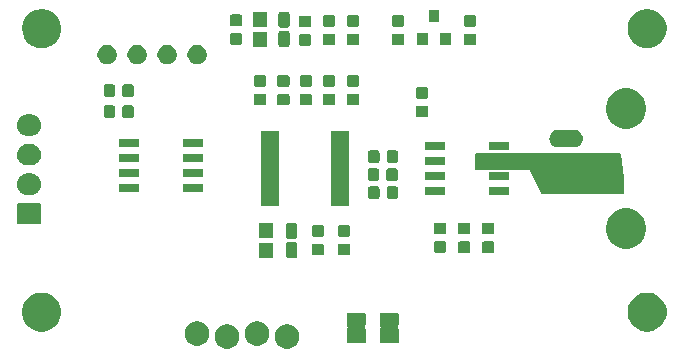
<source format=gbr>
G04 #@! TF.GenerationSoftware,KiCad,Pcbnew,(5.0.1)-3*
G04 #@! TF.CreationDate,2019-12-29T13:00:18-05:00*
G04 #@! TF.ProjectId,ml-ph-board,6D6C2D70682D626F6172642E6B696361,rev?*
G04 #@! TF.SameCoordinates,Original*
G04 #@! TF.FileFunction,Soldermask,Top*
G04 #@! TF.FilePolarity,Negative*
%FSLAX46Y46*%
G04 Gerber Fmt 4.6, Leading zero omitted, Abs format (unit mm)*
G04 Created by KiCad (PCBNEW (5.0.1)-3) date 12/29/2019 1:00:18 PM*
%MOMM*%
%LPD*%
G01*
G04 APERTURE LIST*
%ADD10C,0.150000*%
%ADD11C,0.100000*%
G04 APERTURE END LIST*
D10*
G36*
X144780000Y-100584000D02*
X156972000Y-100584000D01*
X157226000Y-102616000D01*
X157226000Y-103886000D01*
X150368000Y-103886000D01*
X149352000Y-101854000D01*
X144780000Y-101854000D01*
X144780000Y-100584000D01*
G37*
X144780000Y-100584000D02*
X156972000Y-100584000D01*
X157226000Y-102616000D01*
X157226000Y-103886000D01*
X150368000Y-103886000D01*
X149352000Y-101854000D01*
X144780000Y-101854000D01*
X144780000Y-100584000D01*
D11*
G36*
X129081765Y-115076620D02*
X129271289Y-115155123D01*
X129441855Y-115269092D01*
X129586908Y-115414145D01*
X129700877Y-115584711D01*
X129779380Y-115774235D01*
X129819400Y-115975430D01*
X129819400Y-116180570D01*
X129779380Y-116381765D01*
X129700877Y-116571289D01*
X129586908Y-116741855D01*
X129441855Y-116886908D01*
X129271289Y-117000877D01*
X129081765Y-117079380D01*
X128880570Y-117119400D01*
X128675430Y-117119400D01*
X128474235Y-117079380D01*
X128284711Y-117000877D01*
X128114145Y-116886908D01*
X127969092Y-116741855D01*
X127855123Y-116571289D01*
X127776620Y-116381765D01*
X127736600Y-116180570D01*
X127736600Y-115975430D01*
X127776620Y-115774235D01*
X127855123Y-115584711D01*
X127969092Y-115414145D01*
X128114145Y-115269092D01*
X128284711Y-115155123D01*
X128474235Y-115076620D01*
X128675430Y-115036600D01*
X128880570Y-115036600D01*
X129081765Y-115076620D01*
X129081765Y-115076620D01*
G37*
G36*
X124001765Y-115076620D02*
X124191289Y-115155123D01*
X124361855Y-115269092D01*
X124506908Y-115414145D01*
X124620877Y-115584711D01*
X124699380Y-115774235D01*
X124739400Y-115975430D01*
X124739400Y-116180570D01*
X124699380Y-116381765D01*
X124620877Y-116571289D01*
X124506908Y-116741855D01*
X124361855Y-116886908D01*
X124191289Y-117000877D01*
X124001765Y-117079380D01*
X123800570Y-117119400D01*
X123595430Y-117119400D01*
X123394235Y-117079380D01*
X123204711Y-117000877D01*
X123034145Y-116886908D01*
X122889092Y-116741855D01*
X122775123Y-116571289D01*
X122696620Y-116381765D01*
X122656600Y-116180570D01*
X122656600Y-115975430D01*
X122696620Y-115774235D01*
X122775123Y-115584711D01*
X122889092Y-115414145D01*
X123034145Y-115269092D01*
X123204711Y-115155123D01*
X123394235Y-115076620D01*
X123595430Y-115036600D01*
X123800570Y-115036600D01*
X124001765Y-115076620D01*
X124001765Y-115076620D01*
G37*
G36*
X126541765Y-114822620D02*
X126731289Y-114901123D01*
X126901855Y-115015092D01*
X127046908Y-115160145D01*
X127160877Y-115330711D01*
X127239380Y-115520235D01*
X127279400Y-115721430D01*
X127279400Y-115926570D01*
X127239380Y-116127765D01*
X127160877Y-116317289D01*
X127046908Y-116487855D01*
X126901855Y-116632908D01*
X126731289Y-116746877D01*
X126541765Y-116825380D01*
X126340570Y-116865400D01*
X126135430Y-116865400D01*
X125934235Y-116825380D01*
X125744711Y-116746877D01*
X125574145Y-116632908D01*
X125429092Y-116487855D01*
X125315123Y-116317289D01*
X125236620Y-116127765D01*
X125196600Y-115926570D01*
X125196600Y-115721430D01*
X125236620Y-115520235D01*
X125315123Y-115330711D01*
X125429092Y-115160145D01*
X125574145Y-115015092D01*
X125744711Y-114901123D01*
X125934235Y-114822620D01*
X126135430Y-114782600D01*
X126340570Y-114782600D01*
X126541765Y-114822620D01*
X126541765Y-114822620D01*
G37*
G36*
X121461765Y-114822620D02*
X121651289Y-114901123D01*
X121821855Y-115015092D01*
X121966908Y-115160145D01*
X122080877Y-115330711D01*
X122159380Y-115520235D01*
X122199400Y-115721430D01*
X122199400Y-115926570D01*
X122159380Y-116127765D01*
X122080877Y-116317289D01*
X121966908Y-116487855D01*
X121821855Y-116632908D01*
X121651289Y-116746877D01*
X121461765Y-116825380D01*
X121260570Y-116865400D01*
X121055430Y-116865400D01*
X120854235Y-116825380D01*
X120664711Y-116746877D01*
X120494145Y-116632908D01*
X120349092Y-116487855D01*
X120235123Y-116317289D01*
X120156620Y-116127765D01*
X120116600Y-115926570D01*
X120116600Y-115721430D01*
X120156620Y-115520235D01*
X120235123Y-115330711D01*
X120349092Y-115160145D01*
X120494145Y-115015092D01*
X120664711Y-114901123D01*
X120854235Y-114822620D01*
X121055430Y-114782600D01*
X121260570Y-114782600D01*
X121461765Y-114822620D01*
X121461765Y-114822620D01*
G37*
G36*
X135379999Y-114077737D02*
X135389611Y-114080653D01*
X135398469Y-114085388D01*
X135406237Y-114091763D01*
X135412612Y-114099531D01*
X135417347Y-114108389D01*
X135420263Y-114118001D01*
X135421852Y-114134140D01*
X135421852Y-115121860D01*
X135420263Y-115137999D01*
X135417347Y-115147611D01*
X135412612Y-115156469D01*
X135412610Y-115156471D01*
X135406237Y-115164237D01*
X135398427Y-115170640D01*
X135398378Y-115170673D01*
X135388850Y-115178484D01*
X135388875Y-115178514D01*
X135375026Y-115189857D01*
X135359462Y-115208783D01*
X135347889Y-115230382D01*
X135340752Y-115253824D01*
X135338326Y-115278208D01*
X135340704Y-115302597D01*
X135347793Y-115326053D01*
X135359323Y-115347676D01*
X135374850Y-115366633D01*
X135389234Y-115377324D01*
X135389007Y-115377600D01*
X135398511Y-115385416D01*
X135398516Y-115385419D01*
X135406275Y-115391801D01*
X135406279Y-115391805D01*
X135412640Y-115399572D01*
X135417368Y-115408440D01*
X135420282Y-115418082D01*
X135421852Y-115434112D01*
X135421852Y-116571860D01*
X135420263Y-116587999D01*
X135417347Y-116597611D01*
X135412612Y-116606469D01*
X135406237Y-116614237D01*
X135398469Y-116620612D01*
X135389611Y-116625347D01*
X135379999Y-116628263D01*
X135363860Y-116629852D01*
X133876140Y-116629852D01*
X133860001Y-116628263D01*
X133850389Y-116625347D01*
X133841531Y-116620612D01*
X133833763Y-116614237D01*
X133827388Y-116606469D01*
X133822653Y-116597611D01*
X133819737Y-116587999D01*
X133818148Y-116571860D01*
X133818148Y-115434140D01*
X133819737Y-115418001D01*
X133822653Y-115408389D01*
X133827388Y-115399531D01*
X133833763Y-115391763D01*
X133846736Y-115381116D01*
X133855959Y-115374954D01*
X133873287Y-115357627D01*
X133886901Y-115337253D01*
X133896279Y-115314614D01*
X133901061Y-115290581D01*
X133901061Y-115266077D01*
X133896282Y-115242043D01*
X133886905Y-115219404D01*
X133873292Y-115199029D01*
X133855965Y-115181701D01*
X133846673Y-115174817D01*
X133833805Y-115164279D01*
X133833801Y-115164275D01*
X133827419Y-115156516D01*
X133822674Y-115147661D01*
X133819748Y-115138050D01*
X133818753Y-115128000D01*
X133818753Y-115127934D01*
X133818148Y-115121825D01*
X133818148Y-114134140D01*
X133819737Y-114118001D01*
X133822653Y-114108389D01*
X133827388Y-114099531D01*
X133833763Y-114091763D01*
X133841531Y-114085388D01*
X133850389Y-114080653D01*
X133860001Y-114077737D01*
X133876140Y-114076148D01*
X135363860Y-114076148D01*
X135379999Y-114077737D01*
X135379999Y-114077737D01*
G37*
G36*
X138173999Y-114077737D02*
X138183611Y-114080653D01*
X138192469Y-114085388D01*
X138200237Y-114091763D01*
X138206612Y-114099531D01*
X138211347Y-114108389D01*
X138214263Y-114118001D01*
X138215852Y-114134140D01*
X138215852Y-115121860D01*
X138214263Y-115137999D01*
X138211347Y-115147611D01*
X138206612Y-115156469D01*
X138206610Y-115156471D01*
X138200237Y-115164237D01*
X138192427Y-115170640D01*
X138192378Y-115170673D01*
X138182850Y-115178484D01*
X138182875Y-115178514D01*
X138169026Y-115189857D01*
X138153462Y-115208783D01*
X138141889Y-115230382D01*
X138134752Y-115253824D01*
X138132326Y-115278208D01*
X138134704Y-115302597D01*
X138141793Y-115326053D01*
X138153323Y-115347676D01*
X138168850Y-115366633D01*
X138183234Y-115377324D01*
X138183007Y-115377600D01*
X138192511Y-115385416D01*
X138192516Y-115385419D01*
X138200275Y-115391801D01*
X138200279Y-115391805D01*
X138206640Y-115399572D01*
X138211368Y-115408440D01*
X138214282Y-115418082D01*
X138215852Y-115434112D01*
X138215852Y-116571860D01*
X138214263Y-116587999D01*
X138211347Y-116597611D01*
X138206612Y-116606469D01*
X138200237Y-116614237D01*
X138192469Y-116620612D01*
X138183611Y-116625347D01*
X138173999Y-116628263D01*
X138157860Y-116629852D01*
X136670140Y-116629852D01*
X136654001Y-116628263D01*
X136644389Y-116625347D01*
X136635531Y-116620612D01*
X136627763Y-116614237D01*
X136621388Y-116606469D01*
X136616653Y-116597611D01*
X136613737Y-116587999D01*
X136612148Y-116571860D01*
X136612148Y-115434140D01*
X136613737Y-115418001D01*
X136616653Y-115408389D01*
X136621388Y-115399531D01*
X136627763Y-115391763D01*
X136640736Y-115381116D01*
X136649959Y-115374954D01*
X136667287Y-115357627D01*
X136680901Y-115337253D01*
X136690279Y-115314614D01*
X136695061Y-115290581D01*
X136695061Y-115266077D01*
X136690282Y-115242043D01*
X136680905Y-115219404D01*
X136667292Y-115199029D01*
X136649965Y-115181701D01*
X136640673Y-115174817D01*
X136627805Y-115164279D01*
X136627801Y-115164275D01*
X136621419Y-115156516D01*
X136616674Y-115147661D01*
X136613748Y-115138050D01*
X136612753Y-115128000D01*
X136612753Y-115127934D01*
X136612148Y-115121825D01*
X136612148Y-114134140D01*
X136613737Y-114118001D01*
X136616653Y-114108389D01*
X136621388Y-114099531D01*
X136627763Y-114091763D01*
X136635531Y-114085388D01*
X136644389Y-114080653D01*
X136654001Y-114077737D01*
X136670140Y-114076148D01*
X138157860Y-114076148D01*
X138173999Y-114077737D01*
X138173999Y-114077737D01*
G37*
G36*
X108375256Y-112391298D02*
X108481579Y-112412447D01*
X108782042Y-112536903D01*
X109048852Y-112715180D01*
X109052454Y-112717587D01*
X109282413Y-112947546D01*
X109282415Y-112947549D01*
X109463097Y-113217958D01*
X109587553Y-113518421D01*
X109651000Y-113837391D01*
X109651000Y-114162609D01*
X109587553Y-114481579D01*
X109463097Y-114782042D01*
X109383529Y-114901123D01*
X109282413Y-115052454D01*
X109052454Y-115282413D01*
X109052451Y-115282415D01*
X108782042Y-115463097D01*
X108481579Y-115587553D01*
X108375256Y-115608702D01*
X108162611Y-115651000D01*
X107837389Y-115651000D01*
X107624744Y-115608702D01*
X107518421Y-115587553D01*
X107217958Y-115463097D01*
X106947549Y-115282415D01*
X106947546Y-115282413D01*
X106717587Y-115052454D01*
X106616471Y-114901123D01*
X106536903Y-114782042D01*
X106412447Y-114481579D01*
X106349000Y-114162609D01*
X106349000Y-113837391D01*
X106412447Y-113518421D01*
X106536903Y-113217958D01*
X106717585Y-112947549D01*
X106717587Y-112947546D01*
X106947546Y-112717587D01*
X106951148Y-112715180D01*
X107217958Y-112536903D01*
X107518421Y-112412447D01*
X107624744Y-112391298D01*
X107837389Y-112349000D01*
X108162611Y-112349000D01*
X108375256Y-112391298D01*
X108375256Y-112391298D01*
G37*
G36*
X159633256Y-112391298D02*
X159739579Y-112412447D01*
X160040042Y-112536903D01*
X160306852Y-112715180D01*
X160310454Y-112717587D01*
X160540413Y-112947546D01*
X160540415Y-112947549D01*
X160721097Y-113217958D01*
X160845553Y-113518421D01*
X160909000Y-113837391D01*
X160909000Y-114162609D01*
X160845553Y-114481579D01*
X160721097Y-114782042D01*
X160641529Y-114901123D01*
X160540413Y-115052454D01*
X160310454Y-115282413D01*
X160310451Y-115282415D01*
X160040042Y-115463097D01*
X159739579Y-115587553D01*
X159633256Y-115608702D01*
X159420611Y-115651000D01*
X159095389Y-115651000D01*
X158882744Y-115608702D01*
X158776421Y-115587553D01*
X158475958Y-115463097D01*
X158205549Y-115282415D01*
X158205546Y-115282413D01*
X157975587Y-115052454D01*
X157874471Y-114901123D01*
X157794903Y-114782042D01*
X157670447Y-114481579D01*
X157607000Y-114162609D01*
X157607000Y-113837391D01*
X157670447Y-113518421D01*
X157794903Y-113217958D01*
X157975585Y-112947549D01*
X157975587Y-112947546D01*
X158205546Y-112717587D01*
X158209148Y-112715180D01*
X158475958Y-112536903D01*
X158776421Y-112412447D01*
X158882744Y-112391298D01*
X159095389Y-112349000D01*
X159420611Y-112349000D01*
X159633256Y-112391298D01*
X159633256Y-112391298D01*
G37*
G36*
X127600710Y-109424370D02*
X126399290Y-109424370D01*
X126399290Y-108121350D01*
X127600710Y-108121350D01*
X127600710Y-109424370D01*
X127600710Y-109424370D01*
G37*
G36*
X129511883Y-108097465D02*
X129544696Y-108107418D01*
X129574933Y-108123580D01*
X129601436Y-108145330D01*
X129623186Y-108171833D01*
X129639348Y-108202070D01*
X129649301Y-108234883D01*
X129653266Y-108275140D01*
X129653266Y-109238860D01*
X129649301Y-109279117D01*
X129639348Y-109311930D01*
X129623186Y-109342167D01*
X129601436Y-109368670D01*
X129574933Y-109390420D01*
X129544696Y-109406582D01*
X129511883Y-109416535D01*
X129471626Y-109420500D01*
X128882906Y-109420500D01*
X128842649Y-109416535D01*
X128809836Y-109406582D01*
X128779599Y-109390420D01*
X128753096Y-109368670D01*
X128731346Y-109342167D01*
X128715184Y-109311930D01*
X128705231Y-109279117D01*
X128701266Y-109238860D01*
X128701266Y-108275140D01*
X128705231Y-108234883D01*
X128715184Y-108202070D01*
X128731346Y-108171833D01*
X128753096Y-108145330D01*
X128779599Y-108123580D01*
X128809836Y-108107418D01*
X128842649Y-108097465D01*
X128882906Y-108093500D01*
X129471626Y-108093500D01*
X129511883Y-108097465D01*
X129511883Y-108097465D01*
G37*
G36*
X131765223Y-108227585D02*
X131799201Y-108237893D01*
X131830519Y-108254633D01*
X131857971Y-108277161D01*
X131880499Y-108304613D01*
X131897239Y-108335931D01*
X131907547Y-108369909D01*
X131911632Y-108411390D01*
X131911632Y-109012610D01*
X131907547Y-109054091D01*
X131897239Y-109088069D01*
X131880499Y-109119387D01*
X131857971Y-109146839D01*
X131830519Y-109169367D01*
X131799201Y-109186107D01*
X131765223Y-109196415D01*
X131723742Y-109200500D01*
X131047522Y-109200500D01*
X131006041Y-109196415D01*
X130972063Y-109186107D01*
X130940745Y-109169367D01*
X130913293Y-109146839D01*
X130890765Y-109119387D01*
X130874025Y-109088069D01*
X130863717Y-109054091D01*
X130859632Y-109012610D01*
X130859632Y-108411390D01*
X130863717Y-108369909D01*
X130874025Y-108335931D01*
X130890765Y-108304613D01*
X130913293Y-108277161D01*
X130940745Y-108254633D01*
X130972063Y-108237893D01*
X131006041Y-108227585D01*
X131047522Y-108223500D01*
X131723742Y-108223500D01*
X131765223Y-108227585D01*
X131765223Y-108227585D01*
G37*
G36*
X133983591Y-108227585D02*
X134017569Y-108237893D01*
X134048887Y-108254633D01*
X134076339Y-108277161D01*
X134098867Y-108304613D01*
X134115607Y-108335931D01*
X134125915Y-108369909D01*
X134130000Y-108411390D01*
X134130000Y-109012610D01*
X134125915Y-109054091D01*
X134115607Y-109088069D01*
X134098867Y-109119387D01*
X134076339Y-109146839D01*
X134048887Y-109169367D01*
X134017569Y-109186107D01*
X133983591Y-109196415D01*
X133942110Y-109200500D01*
X133265890Y-109200500D01*
X133224409Y-109196415D01*
X133190431Y-109186107D01*
X133159113Y-109169367D01*
X133131661Y-109146839D01*
X133109133Y-109119387D01*
X133092393Y-109088069D01*
X133082085Y-109054091D01*
X133078000Y-109012610D01*
X133078000Y-108411390D01*
X133082085Y-108369909D01*
X133092393Y-108335931D01*
X133109133Y-108304613D01*
X133131661Y-108277161D01*
X133159113Y-108254633D01*
X133190431Y-108237893D01*
X133224409Y-108227585D01*
X133265890Y-108223500D01*
X133942110Y-108223500D01*
X133983591Y-108227585D01*
X133983591Y-108227585D01*
G37*
G36*
X144143591Y-108024585D02*
X144177569Y-108034893D01*
X144208887Y-108051633D01*
X144236339Y-108074161D01*
X144258867Y-108101613D01*
X144275607Y-108132931D01*
X144285915Y-108166909D01*
X144290000Y-108208390D01*
X144290000Y-108809610D01*
X144285915Y-108851091D01*
X144275607Y-108885069D01*
X144258867Y-108916387D01*
X144236339Y-108943839D01*
X144208887Y-108966367D01*
X144177569Y-108983107D01*
X144143591Y-108993415D01*
X144102110Y-108997500D01*
X143425890Y-108997500D01*
X143384409Y-108993415D01*
X143350431Y-108983107D01*
X143319113Y-108966367D01*
X143291661Y-108943839D01*
X143269133Y-108916387D01*
X143252393Y-108885069D01*
X143242085Y-108851091D01*
X143238000Y-108809610D01*
X143238000Y-108208390D01*
X143242085Y-108166909D01*
X143252393Y-108132931D01*
X143269133Y-108101613D01*
X143291661Y-108074161D01*
X143319113Y-108051633D01*
X143350431Y-108034893D01*
X143384409Y-108024585D01*
X143425890Y-108020500D01*
X144102110Y-108020500D01*
X144143591Y-108024585D01*
X144143591Y-108024585D01*
G37*
G36*
X146175591Y-108024585D02*
X146209569Y-108034893D01*
X146240887Y-108051633D01*
X146268339Y-108074161D01*
X146290867Y-108101613D01*
X146307607Y-108132931D01*
X146317915Y-108166909D01*
X146322000Y-108208390D01*
X146322000Y-108809610D01*
X146317915Y-108851091D01*
X146307607Y-108885069D01*
X146290867Y-108916387D01*
X146268339Y-108943839D01*
X146240887Y-108966367D01*
X146209569Y-108983107D01*
X146175591Y-108993415D01*
X146134110Y-108997500D01*
X145457890Y-108997500D01*
X145416409Y-108993415D01*
X145382431Y-108983107D01*
X145351113Y-108966367D01*
X145323661Y-108943839D01*
X145301133Y-108916387D01*
X145284393Y-108885069D01*
X145274085Y-108851091D01*
X145270000Y-108809610D01*
X145270000Y-108208390D01*
X145274085Y-108166909D01*
X145284393Y-108132931D01*
X145301133Y-108101613D01*
X145323661Y-108074161D01*
X145351113Y-108051633D01*
X145382431Y-108034893D01*
X145416409Y-108024585D01*
X145457890Y-108020500D01*
X146134110Y-108020500D01*
X146175591Y-108024585D01*
X146175591Y-108024585D01*
G37*
G36*
X142111591Y-107999085D02*
X142145569Y-108009393D01*
X142176887Y-108026133D01*
X142204339Y-108048661D01*
X142226867Y-108076113D01*
X142243607Y-108107431D01*
X142253915Y-108141409D01*
X142258000Y-108182890D01*
X142258000Y-108784110D01*
X142253915Y-108825591D01*
X142243607Y-108859569D01*
X142226867Y-108890887D01*
X142204339Y-108918339D01*
X142176887Y-108940867D01*
X142145569Y-108957607D01*
X142111591Y-108967915D01*
X142070110Y-108972000D01*
X141393890Y-108972000D01*
X141352409Y-108967915D01*
X141318431Y-108957607D01*
X141287113Y-108940867D01*
X141259661Y-108918339D01*
X141237133Y-108890887D01*
X141220393Y-108859569D01*
X141210085Y-108825591D01*
X141206000Y-108784110D01*
X141206000Y-108182890D01*
X141210085Y-108141409D01*
X141220393Y-108107431D01*
X141237133Y-108076113D01*
X141259661Y-108048661D01*
X141287113Y-108026133D01*
X141318431Y-108009393D01*
X141352409Y-107999085D01*
X141393890Y-107995000D01*
X142070110Y-107995000D01*
X142111591Y-107999085D01*
X142111591Y-107999085D01*
G37*
G36*
X157978619Y-105290272D02*
X158289713Y-105419131D01*
X158569695Y-105606209D01*
X158807791Y-105844305D01*
X158994869Y-106124287D01*
X159123728Y-106435381D01*
X159189420Y-106765635D01*
X159189420Y-107102365D01*
X159123728Y-107432619D01*
X158994869Y-107743713D01*
X158807791Y-108023695D01*
X158569695Y-108261791D01*
X158289713Y-108448869D01*
X157978619Y-108577728D01*
X157648365Y-108643420D01*
X157311635Y-108643420D01*
X156981381Y-108577728D01*
X156670287Y-108448869D01*
X156390305Y-108261791D01*
X156152209Y-108023695D01*
X155965131Y-107743713D01*
X155836272Y-107432619D01*
X155770580Y-107102365D01*
X155770580Y-106765635D01*
X155836272Y-106435381D01*
X155965131Y-106124287D01*
X156152209Y-105844305D01*
X156390305Y-105606209D01*
X156670287Y-105419131D01*
X156981381Y-105290272D01*
X157311635Y-105224580D01*
X157648365Y-105224580D01*
X157978619Y-105290272D01*
X157978619Y-105290272D01*
G37*
G36*
X129511883Y-106472465D02*
X129544696Y-106482418D01*
X129574933Y-106498580D01*
X129601436Y-106520330D01*
X129623186Y-106546833D01*
X129639348Y-106577070D01*
X129649301Y-106609883D01*
X129653266Y-106650140D01*
X129653266Y-107613860D01*
X129649301Y-107654117D01*
X129639348Y-107686930D01*
X129623186Y-107717167D01*
X129601436Y-107743670D01*
X129574933Y-107765420D01*
X129544696Y-107781582D01*
X129511883Y-107791535D01*
X129471626Y-107795500D01*
X128882906Y-107795500D01*
X128842649Y-107791535D01*
X128809836Y-107781582D01*
X128779599Y-107765420D01*
X128753096Y-107743670D01*
X128731346Y-107717167D01*
X128715184Y-107686930D01*
X128705231Y-107654117D01*
X128701266Y-107613860D01*
X128701266Y-106650140D01*
X128705231Y-106609883D01*
X128715184Y-106577070D01*
X128731346Y-106546833D01*
X128753096Y-106520330D01*
X128779599Y-106498580D01*
X128809836Y-106482418D01*
X128842649Y-106472465D01*
X128882906Y-106468500D01*
X129471626Y-106468500D01*
X129511883Y-106472465D01*
X129511883Y-106472465D01*
G37*
G36*
X127600710Y-107727650D02*
X126399290Y-107727650D01*
X126399290Y-106424630D01*
X127600710Y-106424630D01*
X127600710Y-107727650D01*
X127600710Y-107727650D01*
G37*
G36*
X133983591Y-106652585D02*
X134017569Y-106662893D01*
X134048887Y-106679633D01*
X134076339Y-106702161D01*
X134098867Y-106729613D01*
X134115607Y-106760931D01*
X134125915Y-106794909D01*
X134130000Y-106836390D01*
X134130000Y-107437610D01*
X134125915Y-107479091D01*
X134115607Y-107513069D01*
X134098867Y-107544387D01*
X134076339Y-107571839D01*
X134048887Y-107594367D01*
X134017569Y-107611107D01*
X133983591Y-107621415D01*
X133942110Y-107625500D01*
X133265890Y-107625500D01*
X133224409Y-107621415D01*
X133190431Y-107611107D01*
X133159113Y-107594367D01*
X133131661Y-107571839D01*
X133109133Y-107544387D01*
X133092393Y-107513069D01*
X133082085Y-107479091D01*
X133078000Y-107437610D01*
X133078000Y-106836390D01*
X133082085Y-106794909D01*
X133092393Y-106760931D01*
X133109133Y-106729613D01*
X133131661Y-106702161D01*
X133159113Y-106679633D01*
X133190431Y-106662893D01*
X133224409Y-106652585D01*
X133265890Y-106648500D01*
X133942110Y-106648500D01*
X133983591Y-106652585D01*
X133983591Y-106652585D01*
G37*
G36*
X131765223Y-106652585D02*
X131799201Y-106662893D01*
X131830519Y-106679633D01*
X131857971Y-106702161D01*
X131880499Y-106729613D01*
X131897239Y-106760931D01*
X131907547Y-106794909D01*
X131911632Y-106836390D01*
X131911632Y-107437610D01*
X131907547Y-107479091D01*
X131897239Y-107513069D01*
X131880499Y-107544387D01*
X131857971Y-107571839D01*
X131830519Y-107594367D01*
X131799201Y-107611107D01*
X131765223Y-107621415D01*
X131723742Y-107625500D01*
X131047522Y-107625500D01*
X131006041Y-107621415D01*
X130972063Y-107611107D01*
X130940745Y-107594367D01*
X130913293Y-107571839D01*
X130890765Y-107544387D01*
X130874025Y-107513069D01*
X130863717Y-107479091D01*
X130859632Y-107437610D01*
X130859632Y-106836390D01*
X130863717Y-106794909D01*
X130874025Y-106760931D01*
X130890765Y-106729613D01*
X130913293Y-106702161D01*
X130940745Y-106679633D01*
X130972063Y-106662893D01*
X131006041Y-106652585D01*
X131047522Y-106648500D01*
X131723742Y-106648500D01*
X131765223Y-106652585D01*
X131765223Y-106652585D01*
G37*
G36*
X146175591Y-106449585D02*
X146209569Y-106459893D01*
X146240887Y-106476633D01*
X146268339Y-106499161D01*
X146290867Y-106526613D01*
X146307607Y-106557931D01*
X146317915Y-106591909D01*
X146322000Y-106633390D01*
X146322000Y-107234610D01*
X146317915Y-107276091D01*
X146307607Y-107310069D01*
X146290867Y-107341387D01*
X146268339Y-107368839D01*
X146240887Y-107391367D01*
X146209569Y-107408107D01*
X146175591Y-107418415D01*
X146134110Y-107422500D01*
X145457890Y-107422500D01*
X145416409Y-107418415D01*
X145382431Y-107408107D01*
X145351113Y-107391367D01*
X145323661Y-107368839D01*
X145301133Y-107341387D01*
X145284393Y-107310069D01*
X145274085Y-107276091D01*
X145270000Y-107234610D01*
X145270000Y-106633390D01*
X145274085Y-106591909D01*
X145284393Y-106557931D01*
X145301133Y-106526613D01*
X145323661Y-106499161D01*
X145351113Y-106476633D01*
X145382431Y-106459893D01*
X145416409Y-106449585D01*
X145457890Y-106445500D01*
X146134110Y-106445500D01*
X146175591Y-106449585D01*
X146175591Y-106449585D01*
G37*
G36*
X144143591Y-106449585D02*
X144177569Y-106459893D01*
X144208887Y-106476633D01*
X144236339Y-106499161D01*
X144258867Y-106526613D01*
X144275607Y-106557931D01*
X144285915Y-106591909D01*
X144290000Y-106633390D01*
X144290000Y-107234610D01*
X144285915Y-107276091D01*
X144275607Y-107310069D01*
X144258867Y-107341387D01*
X144236339Y-107368839D01*
X144208887Y-107391367D01*
X144177569Y-107408107D01*
X144143591Y-107418415D01*
X144102110Y-107422500D01*
X143425890Y-107422500D01*
X143384409Y-107418415D01*
X143350431Y-107408107D01*
X143319113Y-107391367D01*
X143291661Y-107368839D01*
X143269133Y-107341387D01*
X143252393Y-107310069D01*
X143242085Y-107276091D01*
X143238000Y-107234610D01*
X143238000Y-106633390D01*
X143242085Y-106591909D01*
X143252393Y-106557931D01*
X143269133Y-106526613D01*
X143291661Y-106499161D01*
X143319113Y-106476633D01*
X143350431Y-106459893D01*
X143384409Y-106449585D01*
X143425890Y-106445500D01*
X144102110Y-106445500D01*
X144143591Y-106449585D01*
X144143591Y-106449585D01*
G37*
G36*
X142111591Y-106424085D02*
X142145569Y-106434393D01*
X142176887Y-106451133D01*
X142204339Y-106473661D01*
X142226867Y-106501113D01*
X142243607Y-106532431D01*
X142253915Y-106566409D01*
X142258000Y-106607890D01*
X142258000Y-107209110D01*
X142253915Y-107250591D01*
X142243607Y-107284569D01*
X142226867Y-107315887D01*
X142204339Y-107343339D01*
X142176887Y-107365867D01*
X142145569Y-107382607D01*
X142111591Y-107392915D01*
X142070110Y-107397000D01*
X141393890Y-107397000D01*
X141352409Y-107392915D01*
X141318431Y-107382607D01*
X141287113Y-107365867D01*
X141259661Y-107343339D01*
X141237133Y-107315887D01*
X141220393Y-107284569D01*
X141210085Y-107250591D01*
X141206000Y-107209110D01*
X141206000Y-106607890D01*
X141210085Y-106566409D01*
X141220393Y-106532431D01*
X141237133Y-106501113D01*
X141259661Y-106473661D01*
X141287113Y-106451133D01*
X141318431Y-106434393D01*
X141352409Y-106424085D01*
X141393890Y-106420000D01*
X142070110Y-106420000D01*
X142111591Y-106424085D01*
X142111591Y-106424085D01*
G37*
G36*
X107817600Y-104766989D02*
X107850649Y-104777014D01*
X107881106Y-104793294D01*
X107907799Y-104815201D01*
X107929706Y-104841894D01*
X107945986Y-104872351D01*
X107956011Y-104905400D01*
X107960000Y-104945904D01*
X107960000Y-106382096D01*
X107956011Y-106422600D01*
X107945986Y-106455649D01*
X107929706Y-106486106D01*
X107907799Y-106512799D01*
X107881106Y-106534706D01*
X107850649Y-106550986D01*
X107817600Y-106561011D01*
X107777096Y-106565000D01*
X106090904Y-106565000D01*
X106050400Y-106561011D01*
X106017351Y-106550986D01*
X105986894Y-106534706D01*
X105960201Y-106512799D01*
X105938294Y-106486106D01*
X105922014Y-106455649D01*
X105911989Y-106422600D01*
X105908000Y-106382096D01*
X105908000Y-104945904D01*
X105911989Y-104905400D01*
X105922014Y-104872351D01*
X105938294Y-104841894D01*
X105960201Y-104815201D01*
X105986894Y-104793294D01*
X106017351Y-104777014D01*
X106050400Y-104766989D01*
X106090904Y-104763000D01*
X107777096Y-104763000D01*
X107817600Y-104766989D01*
X107817600Y-104766989D01*
G37*
G36*
X134028000Y-105055000D02*
X132476000Y-105055000D01*
X132476000Y-98653000D01*
X134028000Y-98653000D01*
X134028000Y-105055000D01*
X134028000Y-105055000D01*
G37*
G36*
X128128000Y-105055000D02*
X126576000Y-105055000D01*
X126576000Y-98653000D01*
X128128000Y-98653000D01*
X128128000Y-105055000D01*
X128128000Y-105055000D01*
G37*
G36*
X136460591Y-103364085D02*
X136494569Y-103374393D01*
X136525887Y-103391133D01*
X136553339Y-103413661D01*
X136575867Y-103441113D01*
X136592607Y-103472431D01*
X136602915Y-103506409D01*
X136607000Y-103547890D01*
X136607000Y-104224110D01*
X136602915Y-104265591D01*
X136592607Y-104299569D01*
X136575867Y-104330887D01*
X136553339Y-104358339D01*
X136525887Y-104380867D01*
X136494569Y-104397607D01*
X136460591Y-104407915D01*
X136419110Y-104412000D01*
X135817890Y-104412000D01*
X135776409Y-104407915D01*
X135742431Y-104397607D01*
X135711113Y-104380867D01*
X135683661Y-104358339D01*
X135661133Y-104330887D01*
X135644393Y-104299569D01*
X135634085Y-104265591D01*
X135630000Y-104224110D01*
X135630000Y-103547890D01*
X135634085Y-103506409D01*
X135644393Y-103472431D01*
X135661133Y-103441113D01*
X135683661Y-103413661D01*
X135711113Y-103391133D01*
X135742431Y-103374393D01*
X135776409Y-103364085D01*
X135817890Y-103360000D01*
X136419110Y-103360000D01*
X136460591Y-103364085D01*
X136460591Y-103364085D01*
G37*
G36*
X138035591Y-103364085D02*
X138069569Y-103374393D01*
X138100887Y-103391133D01*
X138128339Y-103413661D01*
X138150867Y-103441113D01*
X138167607Y-103472431D01*
X138177915Y-103506409D01*
X138182000Y-103547890D01*
X138182000Y-104224110D01*
X138177915Y-104265591D01*
X138167607Y-104299569D01*
X138150867Y-104330887D01*
X138128339Y-104358339D01*
X138100887Y-104380867D01*
X138069569Y-104397607D01*
X138035591Y-104407915D01*
X137994110Y-104412000D01*
X137392890Y-104412000D01*
X137351409Y-104407915D01*
X137317431Y-104397607D01*
X137286113Y-104380867D01*
X137258661Y-104358339D01*
X137236133Y-104330887D01*
X137219393Y-104299569D01*
X137209085Y-104265591D01*
X137205000Y-104224110D01*
X137205000Y-103547890D01*
X137209085Y-103506409D01*
X137219393Y-103472431D01*
X137236133Y-103441113D01*
X137258661Y-103413661D01*
X137286113Y-103391133D01*
X137317431Y-103374393D01*
X137351409Y-103364085D01*
X137392890Y-103360000D01*
X137994110Y-103360000D01*
X138035591Y-103364085D01*
X138035591Y-103364085D01*
G37*
G36*
X147544000Y-104110000D02*
X145892000Y-104110000D01*
X145892000Y-103408000D01*
X147544000Y-103408000D01*
X147544000Y-104110000D01*
X147544000Y-104110000D01*
G37*
G36*
X142144000Y-104110000D02*
X140492000Y-104110000D01*
X140492000Y-103408000D01*
X142144000Y-103408000D01*
X142144000Y-104110000D01*
X142144000Y-104110000D01*
G37*
G36*
X107169443Y-102269519D02*
X107235627Y-102276037D01*
X107348853Y-102310384D01*
X107405467Y-102327557D01*
X107522303Y-102390008D01*
X107561991Y-102411222D01*
X107597729Y-102440552D01*
X107699186Y-102523814D01*
X107768586Y-102608380D01*
X107811778Y-102661009D01*
X107811779Y-102661011D01*
X107895443Y-102817533D01*
X107895443Y-102817534D01*
X107946963Y-102987373D01*
X107964359Y-103164000D01*
X107946963Y-103340627D01*
X107924808Y-103413661D01*
X107895443Y-103510467D01*
X107845314Y-103604250D01*
X107811778Y-103666991D01*
X107782448Y-103702729D01*
X107699186Y-103804186D01*
X107597729Y-103887448D01*
X107561991Y-103916778D01*
X107561989Y-103916779D01*
X107405467Y-104000443D01*
X107348853Y-104017616D01*
X107235627Y-104051963D01*
X107169442Y-104058482D01*
X107103260Y-104065000D01*
X106764740Y-104065000D01*
X106698557Y-104058481D01*
X106632373Y-104051963D01*
X106519147Y-104017616D01*
X106462533Y-104000443D01*
X106306011Y-103916779D01*
X106306009Y-103916778D01*
X106270271Y-103887448D01*
X106168814Y-103804186D01*
X106085552Y-103702729D01*
X106056222Y-103666991D01*
X106022686Y-103604250D01*
X105972557Y-103510467D01*
X105943192Y-103413661D01*
X105921037Y-103340627D01*
X105903641Y-103164000D01*
X105921037Y-102987373D01*
X105972557Y-102817534D01*
X105972557Y-102817533D01*
X106056221Y-102661011D01*
X106056222Y-102661009D01*
X106099414Y-102608380D01*
X106168814Y-102523814D01*
X106270271Y-102440552D01*
X106306009Y-102411222D01*
X106345697Y-102390008D01*
X106462533Y-102327557D01*
X106519147Y-102310384D01*
X106632373Y-102276037D01*
X106698557Y-102269519D01*
X106764740Y-102263000D01*
X107103260Y-102263000D01*
X107169443Y-102269519D01*
X107169443Y-102269519D01*
G37*
G36*
X121636000Y-103856000D02*
X119984000Y-103856000D01*
X119984000Y-103154000D01*
X121636000Y-103154000D01*
X121636000Y-103856000D01*
X121636000Y-103856000D01*
G37*
G36*
X116236000Y-103856000D02*
X114584000Y-103856000D01*
X114584000Y-103154000D01*
X116236000Y-103154000D01*
X116236000Y-103856000D01*
X116236000Y-103856000D01*
G37*
G36*
X138010091Y-101840085D02*
X138044069Y-101850393D01*
X138075387Y-101867133D01*
X138102839Y-101889661D01*
X138125367Y-101917113D01*
X138142107Y-101948431D01*
X138152415Y-101982409D01*
X138156500Y-102023890D01*
X138156500Y-102700110D01*
X138152415Y-102741591D01*
X138142107Y-102775569D01*
X138125367Y-102806887D01*
X138102839Y-102834339D01*
X138075387Y-102856867D01*
X138044069Y-102873607D01*
X138010091Y-102883915D01*
X137968610Y-102888000D01*
X137367390Y-102888000D01*
X137325909Y-102883915D01*
X137291931Y-102873607D01*
X137260613Y-102856867D01*
X137233161Y-102834339D01*
X137210633Y-102806887D01*
X137193893Y-102775569D01*
X137183585Y-102741591D01*
X137179500Y-102700110D01*
X137179500Y-102023890D01*
X137183585Y-101982409D01*
X137193893Y-101948431D01*
X137210633Y-101917113D01*
X137233161Y-101889661D01*
X137260613Y-101867133D01*
X137291931Y-101850393D01*
X137325909Y-101840085D01*
X137367390Y-101836000D01*
X137968610Y-101836000D01*
X138010091Y-101840085D01*
X138010091Y-101840085D01*
G37*
G36*
X136435091Y-101840085D02*
X136469069Y-101850393D01*
X136500387Y-101867133D01*
X136527839Y-101889661D01*
X136550367Y-101917113D01*
X136567107Y-101948431D01*
X136577415Y-101982409D01*
X136581500Y-102023890D01*
X136581500Y-102700110D01*
X136577415Y-102741591D01*
X136567107Y-102775569D01*
X136550367Y-102806887D01*
X136527839Y-102834339D01*
X136500387Y-102856867D01*
X136469069Y-102873607D01*
X136435091Y-102883915D01*
X136393610Y-102888000D01*
X135792390Y-102888000D01*
X135750909Y-102883915D01*
X135716931Y-102873607D01*
X135685613Y-102856867D01*
X135658161Y-102834339D01*
X135635633Y-102806887D01*
X135618893Y-102775569D01*
X135608585Y-102741591D01*
X135604500Y-102700110D01*
X135604500Y-102023890D01*
X135608585Y-101982409D01*
X135618893Y-101948431D01*
X135635633Y-101917113D01*
X135658161Y-101889661D01*
X135685613Y-101867133D01*
X135716931Y-101850393D01*
X135750909Y-101840085D01*
X135792390Y-101836000D01*
X136393610Y-101836000D01*
X136435091Y-101840085D01*
X136435091Y-101840085D01*
G37*
G36*
X142144000Y-102840000D02*
X140492000Y-102840000D01*
X140492000Y-102138000D01*
X142144000Y-102138000D01*
X142144000Y-102840000D01*
X142144000Y-102840000D01*
G37*
G36*
X147544000Y-102840000D02*
X145892000Y-102840000D01*
X145892000Y-102138000D01*
X147544000Y-102138000D01*
X147544000Y-102840000D01*
X147544000Y-102840000D01*
G37*
G36*
X153201934Y-101110535D02*
X153344136Y-101153672D01*
X153475189Y-101223721D01*
X153590058Y-101317992D01*
X153684329Y-101432861D01*
X153754378Y-101563914D01*
X153797515Y-101706116D01*
X153812080Y-101854000D01*
X153797515Y-102001884D01*
X153754378Y-102144086D01*
X153684329Y-102275139D01*
X153590058Y-102390008D01*
X153475189Y-102484279D01*
X153344136Y-102554328D01*
X153201934Y-102597465D01*
X153091110Y-102608380D01*
X151708890Y-102608380D01*
X151598066Y-102597465D01*
X151455864Y-102554328D01*
X151324811Y-102484279D01*
X151209942Y-102390008D01*
X151115671Y-102275139D01*
X151045622Y-102144086D01*
X151002485Y-102001884D01*
X150987920Y-101854000D01*
X151002485Y-101706116D01*
X151045622Y-101563914D01*
X151115671Y-101432861D01*
X151209942Y-101317992D01*
X151324811Y-101223721D01*
X151455864Y-101153672D01*
X151598066Y-101110535D01*
X151708890Y-101099620D01*
X153091110Y-101099620D01*
X153201934Y-101110535D01*
X153201934Y-101110535D01*
G37*
G36*
X121636000Y-102586000D02*
X119984000Y-102586000D01*
X119984000Y-101884000D01*
X121636000Y-101884000D01*
X121636000Y-102586000D01*
X121636000Y-102586000D01*
G37*
G36*
X116236000Y-102586000D02*
X114584000Y-102586000D01*
X114584000Y-101884000D01*
X116236000Y-101884000D01*
X116236000Y-102586000D01*
X116236000Y-102586000D01*
G37*
G36*
X147544000Y-101570000D02*
X145892000Y-101570000D01*
X145892000Y-100868000D01*
X147544000Y-100868000D01*
X147544000Y-101570000D01*
X147544000Y-101570000D01*
G37*
G36*
X142144000Y-101570000D02*
X140492000Y-101570000D01*
X140492000Y-100868000D01*
X142144000Y-100868000D01*
X142144000Y-101570000D01*
X142144000Y-101570000D01*
G37*
G36*
X107169442Y-99769518D02*
X107235627Y-99776037D01*
X107348853Y-99810384D01*
X107405467Y-99827557D01*
X107447469Y-99850008D01*
X107561991Y-99911222D01*
X107597729Y-99940552D01*
X107699186Y-100023814D01*
X107782448Y-100125271D01*
X107811778Y-100161009D01*
X107811779Y-100161011D01*
X107895443Y-100317533D01*
X107906251Y-100353164D01*
X107946963Y-100487373D01*
X107964359Y-100664000D01*
X107946963Y-100840627D01*
X107912616Y-100953853D01*
X107895443Y-101010467D01*
X107847789Y-101099620D01*
X107811778Y-101166991D01*
X107804294Y-101176110D01*
X107699186Y-101304186D01*
X107626301Y-101364000D01*
X107561991Y-101416778D01*
X107561989Y-101416779D01*
X107405467Y-101500443D01*
X107348853Y-101517616D01*
X107235627Y-101551963D01*
X107169442Y-101558482D01*
X107103260Y-101565000D01*
X106764740Y-101565000D01*
X106698557Y-101558481D01*
X106632373Y-101551963D01*
X106519147Y-101517616D01*
X106462533Y-101500443D01*
X106306011Y-101416779D01*
X106306009Y-101416778D01*
X106241699Y-101364000D01*
X106168814Y-101304186D01*
X106063706Y-101176110D01*
X106056222Y-101166991D01*
X106020211Y-101099620D01*
X105972557Y-101010467D01*
X105955384Y-100953853D01*
X105921037Y-100840627D01*
X105903641Y-100664000D01*
X105921037Y-100487373D01*
X105961749Y-100353164D01*
X105972557Y-100317533D01*
X106056221Y-100161011D01*
X106056222Y-100161009D01*
X106085552Y-100125271D01*
X106168814Y-100023814D01*
X106270271Y-99940552D01*
X106306009Y-99911222D01*
X106420531Y-99850008D01*
X106462533Y-99827557D01*
X106519147Y-99810384D01*
X106632373Y-99776037D01*
X106698558Y-99769518D01*
X106764740Y-99763000D01*
X107103260Y-99763000D01*
X107169442Y-99769518D01*
X107169442Y-99769518D01*
G37*
G36*
X138035591Y-100316085D02*
X138069569Y-100326393D01*
X138100887Y-100343133D01*
X138128339Y-100365661D01*
X138150867Y-100393113D01*
X138167607Y-100424431D01*
X138177915Y-100458409D01*
X138182000Y-100499890D01*
X138182000Y-101176110D01*
X138177915Y-101217591D01*
X138167607Y-101251569D01*
X138150867Y-101282887D01*
X138128339Y-101310339D01*
X138100887Y-101332867D01*
X138069569Y-101349607D01*
X138035591Y-101359915D01*
X137994110Y-101364000D01*
X137392890Y-101364000D01*
X137351409Y-101359915D01*
X137317431Y-101349607D01*
X137286113Y-101332867D01*
X137258661Y-101310339D01*
X137236133Y-101282887D01*
X137219393Y-101251569D01*
X137209085Y-101217591D01*
X137205000Y-101176110D01*
X137205000Y-100499890D01*
X137209085Y-100458409D01*
X137219393Y-100424431D01*
X137236133Y-100393113D01*
X137258661Y-100365661D01*
X137286113Y-100343133D01*
X137317431Y-100326393D01*
X137351409Y-100316085D01*
X137392890Y-100312000D01*
X137994110Y-100312000D01*
X138035591Y-100316085D01*
X138035591Y-100316085D01*
G37*
G36*
X136460591Y-100316085D02*
X136494569Y-100326393D01*
X136525887Y-100343133D01*
X136553339Y-100365661D01*
X136575867Y-100393113D01*
X136592607Y-100424431D01*
X136602915Y-100458409D01*
X136607000Y-100499890D01*
X136607000Y-101176110D01*
X136602915Y-101217591D01*
X136592607Y-101251569D01*
X136575867Y-101282887D01*
X136553339Y-101310339D01*
X136525887Y-101332867D01*
X136494569Y-101349607D01*
X136460591Y-101359915D01*
X136419110Y-101364000D01*
X135817890Y-101364000D01*
X135776409Y-101359915D01*
X135742431Y-101349607D01*
X135711113Y-101332867D01*
X135683661Y-101310339D01*
X135661133Y-101282887D01*
X135644393Y-101251569D01*
X135634085Y-101217591D01*
X135630000Y-101176110D01*
X135630000Y-100499890D01*
X135634085Y-100458409D01*
X135644393Y-100424431D01*
X135661133Y-100393113D01*
X135683661Y-100365661D01*
X135711113Y-100343133D01*
X135742431Y-100326393D01*
X135776409Y-100316085D01*
X135817890Y-100312000D01*
X136419110Y-100312000D01*
X136460591Y-100316085D01*
X136460591Y-100316085D01*
G37*
G36*
X116236000Y-101316000D02*
X114584000Y-101316000D01*
X114584000Y-100614000D01*
X116236000Y-100614000D01*
X116236000Y-101316000D01*
X116236000Y-101316000D01*
G37*
G36*
X121636000Y-101316000D02*
X119984000Y-101316000D01*
X119984000Y-100614000D01*
X121636000Y-100614000D01*
X121636000Y-101316000D01*
X121636000Y-101316000D01*
G37*
G36*
X147544000Y-100300000D02*
X145892000Y-100300000D01*
X145892000Y-99598000D01*
X147544000Y-99598000D01*
X147544000Y-100300000D01*
X147544000Y-100300000D01*
G37*
G36*
X142144000Y-100300000D02*
X140492000Y-100300000D01*
X140492000Y-99598000D01*
X142144000Y-99598000D01*
X142144000Y-100300000D01*
X142144000Y-100300000D01*
G37*
G36*
X153201934Y-98570535D02*
X153344136Y-98613672D01*
X153475189Y-98683721D01*
X153590058Y-98777992D01*
X153684329Y-98892861D01*
X153754378Y-99023914D01*
X153797515Y-99166116D01*
X153812080Y-99314000D01*
X153797515Y-99461884D01*
X153754378Y-99604086D01*
X153684329Y-99735139D01*
X153590058Y-99850008D01*
X153475189Y-99944279D01*
X153344136Y-100014328D01*
X153201934Y-100057465D01*
X153091110Y-100068380D01*
X151708890Y-100068380D01*
X151598066Y-100057465D01*
X151455864Y-100014328D01*
X151324811Y-99944279D01*
X151209942Y-99850008D01*
X151115671Y-99735139D01*
X151045622Y-99604086D01*
X151002485Y-99461884D01*
X150987920Y-99314000D01*
X151002485Y-99166116D01*
X151045622Y-99023914D01*
X151115671Y-98892861D01*
X151209942Y-98777992D01*
X151324811Y-98683721D01*
X151455864Y-98613672D01*
X151598066Y-98570535D01*
X151708890Y-98559620D01*
X153091110Y-98559620D01*
X153201934Y-98570535D01*
X153201934Y-98570535D01*
G37*
G36*
X116236000Y-100046000D02*
X114584000Y-100046000D01*
X114584000Y-99344000D01*
X116236000Y-99344000D01*
X116236000Y-100046000D01*
X116236000Y-100046000D01*
G37*
G36*
X121636000Y-100046000D02*
X119984000Y-100046000D01*
X119984000Y-99344000D01*
X121636000Y-99344000D01*
X121636000Y-100046000D01*
X121636000Y-100046000D01*
G37*
G36*
X107169443Y-97269519D02*
X107235627Y-97276037D01*
X107346764Y-97309750D01*
X107405467Y-97327557D01*
X107485041Y-97370091D01*
X107561991Y-97411222D01*
X107591436Y-97435387D01*
X107699186Y-97523814D01*
X107782448Y-97625271D01*
X107811778Y-97661009D01*
X107811779Y-97661011D01*
X107895443Y-97817533D01*
X107895443Y-97817534D01*
X107946963Y-97987373D01*
X107964359Y-98164000D01*
X107946963Y-98340627D01*
X107923575Y-98417728D01*
X107895443Y-98510467D01*
X107863335Y-98570536D01*
X107811778Y-98666991D01*
X107798048Y-98683721D01*
X107699186Y-98804186D01*
X107597729Y-98887448D01*
X107561991Y-98916778D01*
X107561989Y-98916779D01*
X107405467Y-99000443D01*
X107348853Y-99017616D01*
X107235627Y-99051963D01*
X107169442Y-99058482D01*
X107103260Y-99065000D01*
X106764740Y-99065000D01*
X106698558Y-99058482D01*
X106632373Y-99051963D01*
X106519147Y-99017616D01*
X106462533Y-99000443D01*
X106306011Y-98916779D01*
X106306009Y-98916778D01*
X106270271Y-98887448D01*
X106168814Y-98804186D01*
X106069952Y-98683721D01*
X106056222Y-98666991D01*
X106004665Y-98570536D01*
X105972557Y-98510467D01*
X105944425Y-98417728D01*
X105921037Y-98340627D01*
X105903641Y-98164000D01*
X105921037Y-97987373D01*
X105972557Y-97817534D01*
X105972557Y-97817533D01*
X106056221Y-97661011D01*
X106056222Y-97661009D01*
X106085552Y-97625271D01*
X106168814Y-97523814D01*
X106276564Y-97435387D01*
X106306009Y-97411222D01*
X106382959Y-97370091D01*
X106462533Y-97327557D01*
X106521236Y-97309750D01*
X106632373Y-97276037D01*
X106698558Y-97269518D01*
X106764740Y-97263000D01*
X107103260Y-97263000D01*
X107169443Y-97269519D01*
X107169443Y-97269519D01*
G37*
G36*
X157978619Y-95130272D02*
X158289713Y-95259131D01*
X158569695Y-95446209D01*
X158807791Y-95684305D01*
X158994869Y-95964287D01*
X159123728Y-96275381D01*
X159189420Y-96605635D01*
X159189420Y-96942365D01*
X159123728Y-97272619D01*
X158994869Y-97583713D01*
X158807791Y-97863695D01*
X158569695Y-98101791D01*
X158289713Y-98288869D01*
X157978619Y-98417728D01*
X157648365Y-98483420D01*
X157311635Y-98483420D01*
X156981381Y-98417728D01*
X156670287Y-98288869D01*
X156390305Y-98101791D01*
X156152209Y-97863695D01*
X155965131Y-97583713D01*
X155836272Y-97272619D01*
X155770580Y-96942365D01*
X155770580Y-96605635D01*
X155836272Y-96275381D01*
X155965131Y-95964287D01*
X156152209Y-95684305D01*
X156390305Y-95446209D01*
X156670287Y-95259131D01*
X156981381Y-95130272D01*
X157311635Y-95064580D01*
X157648365Y-95064580D01*
X157978619Y-95130272D01*
X157978619Y-95130272D01*
G37*
G36*
X115658091Y-96506085D02*
X115692069Y-96516393D01*
X115723387Y-96533133D01*
X115750839Y-96555661D01*
X115773367Y-96583113D01*
X115790107Y-96614431D01*
X115800415Y-96648409D01*
X115804500Y-96689890D01*
X115804500Y-97366110D01*
X115800415Y-97407591D01*
X115790107Y-97441569D01*
X115773367Y-97472887D01*
X115750839Y-97500339D01*
X115723387Y-97522867D01*
X115692069Y-97539607D01*
X115658091Y-97549915D01*
X115616610Y-97554000D01*
X115015390Y-97554000D01*
X114973909Y-97549915D01*
X114939931Y-97539607D01*
X114908613Y-97522867D01*
X114881161Y-97500339D01*
X114858633Y-97472887D01*
X114841893Y-97441569D01*
X114831585Y-97407591D01*
X114827500Y-97366110D01*
X114827500Y-96689890D01*
X114831585Y-96648409D01*
X114841893Y-96614431D01*
X114858633Y-96583113D01*
X114881161Y-96555661D01*
X114908613Y-96533133D01*
X114939931Y-96516393D01*
X114973909Y-96506085D01*
X115015390Y-96502000D01*
X115616610Y-96502000D01*
X115658091Y-96506085D01*
X115658091Y-96506085D01*
G37*
G36*
X114083091Y-96506085D02*
X114117069Y-96516393D01*
X114148387Y-96533133D01*
X114175839Y-96555661D01*
X114198367Y-96583113D01*
X114215107Y-96614431D01*
X114225415Y-96648409D01*
X114229500Y-96689890D01*
X114229500Y-97366110D01*
X114225415Y-97407591D01*
X114215107Y-97441569D01*
X114198367Y-97472887D01*
X114175839Y-97500339D01*
X114148387Y-97522867D01*
X114117069Y-97539607D01*
X114083091Y-97549915D01*
X114041610Y-97554000D01*
X113440390Y-97554000D01*
X113398909Y-97549915D01*
X113364931Y-97539607D01*
X113333613Y-97522867D01*
X113306161Y-97500339D01*
X113283633Y-97472887D01*
X113266893Y-97441569D01*
X113256585Y-97407591D01*
X113252500Y-97366110D01*
X113252500Y-96689890D01*
X113256585Y-96648409D01*
X113266893Y-96614431D01*
X113283633Y-96583113D01*
X113306161Y-96555661D01*
X113333613Y-96533133D01*
X113364931Y-96516393D01*
X113398909Y-96506085D01*
X113440390Y-96502000D01*
X114041610Y-96502000D01*
X114083091Y-96506085D01*
X114083091Y-96506085D01*
G37*
G36*
X140587591Y-96543585D02*
X140621569Y-96553893D01*
X140652887Y-96570633D01*
X140680339Y-96593161D01*
X140702867Y-96620613D01*
X140719607Y-96651931D01*
X140729915Y-96685909D01*
X140734000Y-96727390D01*
X140734000Y-97328610D01*
X140729915Y-97370091D01*
X140719607Y-97404069D01*
X140702867Y-97435387D01*
X140680339Y-97462839D01*
X140652887Y-97485367D01*
X140621569Y-97502107D01*
X140587591Y-97512415D01*
X140546110Y-97516500D01*
X139869890Y-97516500D01*
X139828409Y-97512415D01*
X139794431Y-97502107D01*
X139763113Y-97485367D01*
X139735661Y-97462839D01*
X139713133Y-97435387D01*
X139696393Y-97404069D01*
X139686085Y-97370091D01*
X139682000Y-97328610D01*
X139682000Y-96727390D01*
X139686085Y-96685909D01*
X139696393Y-96651931D01*
X139713133Y-96620613D01*
X139735661Y-96593161D01*
X139763113Y-96570633D01*
X139794431Y-96553893D01*
X139828409Y-96543585D01*
X139869890Y-96539500D01*
X140546110Y-96539500D01*
X140587591Y-96543585D01*
X140587591Y-96543585D01*
G37*
G36*
X128840091Y-95527585D02*
X128874069Y-95537893D01*
X128905387Y-95554633D01*
X128932839Y-95577161D01*
X128955367Y-95604613D01*
X128972107Y-95635931D01*
X128982415Y-95669909D01*
X128986500Y-95711390D01*
X128986500Y-96312610D01*
X128982415Y-96354091D01*
X128972107Y-96388069D01*
X128955367Y-96419387D01*
X128932839Y-96446839D01*
X128905387Y-96469367D01*
X128874069Y-96486107D01*
X128840091Y-96496415D01*
X128798610Y-96500500D01*
X128122390Y-96500500D01*
X128080909Y-96496415D01*
X128046931Y-96486107D01*
X128015613Y-96469367D01*
X127988161Y-96446839D01*
X127965633Y-96419387D01*
X127948893Y-96388069D01*
X127938585Y-96354091D01*
X127934500Y-96312610D01*
X127934500Y-95711390D01*
X127938585Y-95669909D01*
X127948893Y-95635931D01*
X127965633Y-95604613D01*
X127988161Y-95577161D01*
X128015613Y-95554633D01*
X128046931Y-95537893D01*
X128080909Y-95527585D01*
X128122390Y-95523500D01*
X128798610Y-95523500D01*
X128840091Y-95527585D01*
X128840091Y-95527585D01*
G37*
G36*
X132713591Y-95527585D02*
X132747569Y-95537893D01*
X132778887Y-95554633D01*
X132806339Y-95577161D01*
X132828867Y-95604613D01*
X132845607Y-95635931D01*
X132855915Y-95669909D01*
X132860000Y-95711390D01*
X132860000Y-96312610D01*
X132855915Y-96354091D01*
X132845607Y-96388069D01*
X132828867Y-96419387D01*
X132806339Y-96446839D01*
X132778887Y-96469367D01*
X132747569Y-96486107D01*
X132713591Y-96496415D01*
X132672110Y-96500500D01*
X131995890Y-96500500D01*
X131954409Y-96496415D01*
X131920431Y-96486107D01*
X131889113Y-96469367D01*
X131861661Y-96446839D01*
X131839133Y-96419387D01*
X131822393Y-96388069D01*
X131812085Y-96354091D01*
X131808000Y-96312610D01*
X131808000Y-95711390D01*
X131812085Y-95669909D01*
X131822393Y-95635931D01*
X131839133Y-95604613D01*
X131861661Y-95577161D01*
X131889113Y-95554633D01*
X131920431Y-95537893D01*
X131954409Y-95527585D01*
X131995890Y-95523500D01*
X132672110Y-95523500D01*
X132713591Y-95527585D01*
X132713591Y-95527585D01*
G37*
G36*
X126871591Y-95527585D02*
X126905569Y-95537893D01*
X126936887Y-95554633D01*
X126964339Y-95577161D01*
X126986867Y-95604613D01*
X127003607Y-95635931D01*
X127013915Y-95669909D01*
X127018000Y-95711390D01*
X127018000Y-96312610D01*
X127013915Y-96354091D01*
X127003607Y-96388069D01*
X126986867Y-96419387D01*
X126964339Y-96446839D01*
X126936887Y-96469367D01*
X126905569Y-96486107D01*
X126871591Y-96496415D01*
X126830110Y-96500500D01*
X126153890Y-96500500D01*
X126112409Y-96496415D01*
X126078431Y-96486107D01*
X126047113Y-96469367D01*
X126019661Y-96446839D01*
X125997133Y-96419387D01*
X125980393Y-96388069D01*
X125970085Y-96354091D01*
X125966000Y-96312610D01*
X125966000Y-95711390D01*
X125970085Y-95669909D01*
X125980393Y-95635931D01*
X125997133Y-95604613D01*
X126019661Y-95577161D01*
X126047113Y-95554633D01*
X126078431Y-95537893D01*
X126112409Y-95527585D01*
X126153890Y-95523500D01*
X126830110Y-95523500D01*
X126871591Y-95527585D01*
X126871591Y-95527585D01*
G37*
G36*
X130745091Y-95527585D02*
X130779069Y-95537893D01*
X130810387Y-95554633D01*
X130837839Y-95577161D01*
X130860367Y-95604613D01*
X130877107Y-95635931D01*
X130887415Y-95669909D01*
X130891500Y-95711390D01*
X130891500Y-96312610D01*
X130887415Y-96354091D01*
X130877107Y-96388069D01*
X130860367Y-96419387D01*
X130837839Y-96446839D01*
X130810387Y-96469367D01*
X130779069Y-96486107D01*
X130745091Y-96496415D01*
X130703610Y-96500500D01*
X130027390Y-96500500D01*
X129985909Y-96496415D01*
X129951931Y-96486107D01*
X129920613Y-96469367D01*
X129893161Y-96446839D01*
X129870633Y-96419387D01*
X129853893Y-96388069D01*
X129843585Y-96354091D01*
X129839500Y-96312610D01*
X129839500Y-95711390D01*
X129843585Y-95669909D01*
X129853893Y-95635931D01*
X129870633Y-95604613D01*
X129893161Y-95577161D01*
X129920613Y-95554633D01*
X129951931Y-95537893D01*
X129985909Y-95527585D01*
X130027390Y-95523500D01*
X130703610Y-95523500D01*
X130745091Y-95527585D01*
X130745091Y-95527585D01*
G37*
G36*
X134745591Y-95527585D02*
X134779569Y-95537893D01*
X134810887Y-95554633D01*
X134838339Y-95577161D01*
X134860867Y-95604613D01*
X134877607Y-95635931D01*
X134887915Y-95669909D01*
X134892000Y-95711390D01*
X134892000Y-96312610D01*
X134887915Y-96354091D01*
X134877607Y-96388069D01*
X134860867Y-96419387D01*
X134838339Y-96446839D01*
X134810887Y-96469367D01*
X134779569Y-96486107D01*
X134745591Y-96496415D01*
X134704110Y-96500500D01*
X134027890Y-96500500D01*
X133986409Y-96496415D01*
X133952431Y-96486107D01*
X133921113Y-96469367D01*
X133893661Y-96446839D01*
X133871133Y-96419387D01*
X133854393Y-96388069D01*
X133844085Y-96354091D01*
X133840000Y-96312610D01*
X133840000Y-95711390D01*
X133844085Y-95669909D01*
X133854393Y-95635931D01*
X133871133Y-95604613D01*
X133893661Y-95577161D01*
X133921113Y-95554633D01*
X133952431Y-95537893D01*
X133986409Y-95527585D01*
X134027890Y-95523500D01*
X134704110Y-95523500D01*
X134745591Y-95527585D01*
X134745591Y-95527585D01*
G37*
G36*
X140587591Y-94968585D02*
X140621569Y-94978893D01*
X140652887Y-94995633D01*
X140680339Y-95018161D01*
X140702867Y-95045613D01*
X140719607Y-95076931D01*
X140729915Y-95110909D01*
X140734000Y-95152390D01*
X140734000Y-95753610D01*
X140729915Y-95795091D01*
X140719607Y-95829069D01*
X140702867Y-95860387D01*
X140680339Y-95887839D01*
X140652887Y-95910367D01*
X140621569Y-95927107D01*
X140587591Y-95937415D01*
X140546110Y-95941500D01*
X139869890Y-95941500D01*
X139828409Y-95937415D01*
X139794431Y-95927107D01*
X139763113Y-95910367D01*
X139735661Y-95887839D01*
X139713133Y-95860387D01*
X139696393Y-95829069D01*
X139686085Y-95795091D01*
X139682000Y-95753610D01*
X139682000Y-95152390D01*
X139686085Y-95110909D01*
X139696393Y-95076931D01*
X139713133Y-95045613D01*
X139735661Y-95018161D01*
X139763113Y-94995633D01*
X139794431Y-94978893D01*
X139828409Y-94968585D01*
X139869890Y-94964500D01*
X140546110Y-94964500D01*
X140587591Y-94968585D01*
X140587591Y-94968585D01*
G37*
G36*
X115658091Y-94728085D02*
X115692069Y-94738393D01*
X115723387Y-94755133D01*
X115750839Y-94777661D01*
X115773367Y-94805113D01*
X115790107Y-94836431D01*
X115800415Y-94870409D01*
X115804500Y-94911890D01*
X115804500Y-95588110D01*
X115800415Y-95629591D01*
X115790107Y-95663569D01*
X115773367Y-95694887D01*
X115750839Y-95722339D01*
X115723387Y-95744867D01*
X115692069Y-95761607D01*
X115658091Y-95771915D01*
X115616610Y-95776000D01*
X115015390Y-95776000D01*
X114973909Y-95771915D01*
X114939931Y-95761607D01*
X114908613Y-95744867D01*
X114881161Y-95722339D01*
X114858633Y-95694887D01*
X114841893Y-95663569D01*
X114831585Y-95629591D01*
X114827500Y-95588110D01*
X114827500Y-94911890D01*
X114831585Y-94870409D01*
X114841893Y-94836431D01*
X114858633Y-94805113D01*
X114881161Y-94777661D01*
X114908613Y-94755133D01*
X114939931Y-94738393D01*
X114973909Y-94728085D01*
X115015390Y-94724000D01*
X115616610Y-94724000D01*
X115658091Y-94728085D01*
X115658091Y-94728085D01*
G37*
G36*
X114083091Y-94728085D02*
X114117069Y-94738393D01*
X114148387Y-94755133D01*
X114175839Y-94777661D01*
X114198367Y-94805113D01*
X114215107Y-94836431D01*
X114225415Y-94870409D01*
X114229500Y-94911890D01*
X114229500Y-95588110D01*
X114225415Y-95629591D01*
X114215107Y-95663569D01*
X114198367Y-95694887D01*
X114175839Y-95722339D01*
X114148387Y-95744867D01*
X114117069Y-95761607D01*
X114083091Y-95771915D01*
X114041610Y-95776000D01*
X113440390Y-95776000D01*
X113398909Y-95771915D01*
X113364931Y-95761607D01*
X113333613Y-95744867D01*
X113306161Y-95722339D01*
X113283633Y-95694887D01*
X113266893Y-95663569D01*
X113256585Y-95629591D01*
X113252500Y-95588110D01*
X113252500Y-94911890D01*
X113256585Y-94870409D01*
X113266893Y-94836431D01*
X113283633Y-94805113D01*
X113306161Y-94777661D01*
X113333613Y-94755133D01*
X113364931Y-94738393D01*
X113398909Y-94728085D01*
X113440390Y-94724000D01*
X114041610Y-94724000D01*
X114083091Y-94728085D01*
X114083091Y-94728085D01*
G37*
G36*
X132713591Y-93952585D02*
X132747569Y-93962893D01*
X132778887Y-93979633D01*
X132806339Y-94002161D01*
X132828867Y-94029613D01*
X132845607Y-94060931D01*
X132855915Y-94094909D01*
X132860000Y-94136390D01*
X132860000Y-94737610D01*
X132855915Y-94779091D01*
X132845607Y-94813069D01*
X132828867Y-94844387D01*
X132806339Y-94871839D01*
X132778887Y-94894367D01*
X132747569Y-94911107D01*
X132713591Y-94921415D01*
X132672110Y-94925500D01*
X131995890Y-94925500D01*
X131954409Y-94921415D01*
X131920431Y-94911107D01*
X131889113Y-94894367D01*
X131861661Y-94871839D01*
X131839133Y-94844387D01*
X131822393Y-94813069D01*
X131812085Y-94779091D01*
X131808000Y-94737610D01*
X131808000Y-94136390D01*
X131812085Y-94094909D01*
X131822393Y-94060931D01*
X131839133Y-94029613D01*
X131861661Y-94002161D01*
X131889113Y-93979633D01*
X131920431Y-93962893D01*
X131954409Y-93952585D01*
X131995890Y-93948500D01*
X132672110Y-93948500D01*
X132713591Y-93952585D01*
X132713591Y-93952585D01*
G37*
G36*
X134745591Y-93952585D02*
X134779569Y-93962893D01*
X134810887Y-93979633D01*
X134838339Y-94002161D01*
X134860867Y-94029613D01*
X134877607Y-94060931D01*
X134887915Y-94094909D01*
X134892000Y-94136390D01*
X134892000Y-94737610D01*
X134887915Y-94779091D01*
X134877607Y-94813069D01*
X134860867Y-94844387D01*
X134838339Y-94871839D01*
X134810887Y-94894367D01*
X134779569Y-94911107D01*
X134745591Y-94921415D01*
X134704110Y-94925500D01*
X134027890Y-94925500D01*
X133986409Y-94921415D01*
X133952431Y-94911107D01*
X133921113Y-94894367D01*
X133893661Y-94871839D01*
X133871133Y-94844387D01*
X133854393Y-94813069D01*
X133844085Y-94779091D01*
X133840000Y-94737610D01*
X133840000Y-94136390D01*
X133844085Y-94094909D01*
X133854393Y-94060931D01*
X133871133Y-94029613D01*
X133893661Y-94002161D01*
X133921113Y-93979633D01*
X133952431Y-93962893D01*
X133986409Y-93952585D01*
X134027890Y-93948500D01*
X134704110Y-93948500D01*
X134745591Y-93952585D01*
X134745591Y-93952585D01*
G37*
G36*
X130745091Y-93952585D02*
X130779069Y-93962893D01*
X130810387Y-93979633D01*
X130837839Y-94002161D01*
X130860367Y-94029613D01*
X130877107Y-94060931D01*
X130887415Y-94094909D01*
X130891500Y-94136390D01*
X130891500Y-94737610D01*
X130887415Y-94779091D01*
X130877107Y-94813069D01*
X130860367Y-94844387D01*
X130837839Y-94871839D01*
X130810387Y-94894367D01*
X130779069Y-94911107D01*
X130745091Y-94921415D01*
X130703610Y-94925500D01*
X130027390Y-94925500D01*
X129985909Y-94921415D01*
X129951931Y-94911107D01*
X129920613Y-94894367D01*
X129893161Y-94871839D01*
X129870633Y-94844387D01*
X129853893Y-94813069D01*
X129843585Y-94779091D01*
X129839500Y-94737610D01*
X129839500Y-94136390D01*
X129843585Y-94094909D01*
X129853893Y-94060931D01*
X129870633Y-94029613D01*
X129893161Y-94002161D01*
X129920613Y-93979633D01*
X129951931Y-93962893D01*
X129985909Y-93952585D01*
X130027390Y-93948500D01*
X130703610Y-93948500D01*
X130745091Y-93952585D01*
X130745091Y-93952585D01*
G37*
G36*
X128840091Y-93952585D02*
X128874069Y-93962893D01*
X128905387Y-93979633D01*
X128932839Y-94002161D01*
X128955367Y-94029613D01*
X128972107Y-94060931D01*
X128982415Y-94094909D01*
X128986500Y-94136390D01*
X128986500Y-94737610D01*
X128982415Y-94779091D01*
X128972107Y-94813069D01*
X128955367Y-94844387D01*
X128932839Y-94871839D01*
X128905387Y-94894367D01*
X128874069Y-94911107D01*
X128840091Y-94921415D01*
X128798610Y-94925500D01*
X128122390Y-94925500D01*
X128080909Y-94921415D01*
X128046931Y-94911107D01*
X128015613Y-94894367D01*
X127988161Y-94871839D01*
X127965633Y-94844387D01*
X127948893Y-94813069D01*
X127938585Y-94779091D01*
X127934500Y-94737610D01*
X127934500Y-94136390D01*
X127938585Y-94094909D01*
X127948893Y-94060931D01*
X127965633Y-94029613D01*
X127988161Y-94002161D01*
X128015613Y-93979633D01*
X128046931Y-93962893D01*
X128080909Y-93952585D01*
X128122390Y-93948500D01*
X128798610Y-93948500D01*
X128840091Y-93952585D01*
X128840091Y-93952585D01*
G37*
G36*
X126871591Y-93952585D02*
X126905569Y-93962893D01*
X126936887Y-93979633D01*
X126964339Y-94002161D01*
X126986867Y-94029613D01*
X127003607Y-94060931D01*
X127013915Y-94094909D01*
X127018000Y-94136390D01*
X127018000Y-94737610D01*
X127013915Y-94779091D01*
X127003607Y-94813069D01*
X126986867Y-94844387D01*
X126964339Y-94871839D01*
X126936887Y-94894367D01*
X126905569Y-94911107D01*
X126871591Y-94921415D01*
X126830110Y-94925500D01*
X126153890Y-94925500D01*
X126112409Y-94921415D01*
X126078431Y-94911107D01*
X126047113Y-94894367D01*
X126019661Y-94871839D01*
X125997133Y-94844387D01*
X125980393Y-94813069D01*
X125970085Y-94779091D01*
X125966000Y-94737610D01*
X125966000Y-94136390D01*
X125970085Y-94094909D01*
X125980393Y-94060931D01*
X125997133Y-94029613D01*
X126019661Y-94002161D01*
X126047113Y-93979633D01*
X126078431Y-93962893D01*
X126112409Y-93952585D01*
X126153890Y-93948500D01*
X126830110Y-93948500D01*
X126871591Y-93952585D01*
X126871591Y-93952585D01*
G37*
G36*
X121395142Y-91420242D02*
X121543102Y-91481530D01*
X121676258Y-91570502D01*
X121789498Y-91683742D01*
X121878470Y-91816898D01*
X121939758Y-91964858D01*
X121971000Y-92121925D01*
X121971000Y-92282075D01*
X121939758Y-92439142D01*
X121878470Y-92587102D01*
X121789498Y-92720258D01*
X121676258Y-92833498D01*
X121543102Y-92922470D01*
X121395142Y-92983758D01*
X121238075Y-93015000D01*
X121077925Y-93015000D01*
X120920858Y-92983758D01*
X120772898Y-92922470D01*
X120639742Y-92833498D01*
X120526502Y-92720258D01*
X120437530Y-92587102D01*
X120376242Y-92439142D01*
X120345000Y-92282075D01*
X120345000Y-92121925D01*
X120376242Y-91964858D01*
X120437530Y-91816898D01*
X120526502Y-91683742D01*
X120639742Y-91570502D01*
X120772898Y-91481530D01*
X120920858Y-91420242D01*
X121077925Y-91389000D01*
X121238075Y-91389000D01*
X121395142Y-91420242D01*
X121395142Y-91420242D01*
G37*
G36*
X113775142Y-91420242D02*
X113923102Y-91481530D01*
X114056258Y-91570502D01*
X114169498Y-91683742D01*
X114258470Y-91816898D01*
X114319758Y-91964858D01*
X114351000Y-92121925D01*
X114351000Y-92282075D01*
X114319758Y-92439142D01*
X114258470Y-92587102D01*
X114169498Y-92720258D01*
X114056258Y-92833498D01*
X113923102Y-92922470D01*
X113775142Y-92983758D01*
X113618075Y-93015000D01*
X113457925Y-93015000D01*
X113300858Y-92983758D01*
X113152898Y-92922470D01*
X113019742Y-92833498D01*
X112906502Y-92720258D01*
X112817530Y-92587102D01*
X112756242Y-92439142D01*
X112725000Y-92282075D01*
X112725000Y-92121925D01*
X112756242Y-91964858D01*
X112817530Y-91816898D01*
X112906502Y-91683742D01*
X113019742Y-91570502D01*
X113152898Y-91481530D01*
X113300858Y-91420242D01*
X113457925Y-91389000D01*
X113618075Y-91389000D01*
X113775142Y-91420242D01*
X113775142Y-91420242D01*
G37*
G36*
X118855142Y-91420242D02*
X119003102Y-91481530D01*
X119136258Y-91570502D01*
X119249498Y-91683742D01*
X119338470Y-91816898D01*
X119399758Y-91964858D01*
X119431000Y-92121925D01*
X119431000Y-92282075D01*
X119399758Y-92439142D01*
X119338470Y-92587102D01*
X119249498Y-92720258D01*
X119136258Y-92833498D01*
X119003102Y-92922470D01*
X118855142Y-92983758D01*
X118698075Y-93015000D01*
X118537925Y-93015000D01*
X118380858Y-92983758D01*
X118232898Y-92922470D01*
X118099742Y-92833498D01*
X117986502Y-92720258D01*
X117897530Y-92587102D01*
X117836242Y-92439142D01*
X117805000Y-92282075D01*
X117805000Y-92121925D01*
X117836242Y-91964858D01*
X117897530Y-91816898D01*
X117986502Y-91683742D01*
X118099742Y-91570502D01*
X118232898Y-91481530D01*
X118380858Y-91420242D01*
X118537925Y-91389000D01*
X118698075Y-91389000D01*
X118855142Y-91420242D01*
X118855142Y-91420242D01*
G37*
G36*
X116315142Y-91420242D02*
X116463102Y-91481530D01*
X116596258Y-91570502D01*
X116709498Y-91683742D01*
X116798470Y-91816898D01*
X116859758Y-91964858D01*
X116891000Y-92121925D01*
X116891000Y-92282075D01*
X116859758Y-92439142D01*
X116798470Y-92587102D01*
X116709498Y-92720258D01*
X116596258Y-92833498D01*
X116463102Y-92922470D01*
X116315142Y-92983758D01*
X116158075Y-93015000D01*
X115997925Y-93015000D01*
X115840858Y-92983758D01*
X115692898Y-92922470D01*
X115559742Y-92833498D01*
X115446502Y-92720258D01*
X115357530Y-92587102D01*
X115296242Y-92439142D01*
X115265000Y-92282075D01*
X115265000Y-92121925D01*
X115296242Y-91964858D01*
X115357530Y-91816898D01*
X115446502Y-91683742D01*
X115559742Y-91570502D01*
X115692898Y-91481530D01*
X115840858Y-91420242D01*
X115997925Y-91389000D01*
X116158075Y-91389000D01*
X116315142Y-91420242D01*
X116315142Y-91420242D01*
G37*
G36*
X108375256Y-88391298D02*
X108481579Y-88412447D01*
X108782042Y-88536903D01*
X108885089Y-88605757D01*
X109052454Y-88717587D01*
X109282413Y-88947546D01*
X109282415Y-88947549D01*
X109409838Y-89138250D01*
X109463098Y-89217960D01*
X109587553Y-89518422D01*
X109651000Y-89837389D01*
X109651000Y-90162611D01*
X109619452Y-90321210D01*
X109587553Y-90481579D01*
X109521892Y-90640099D01*
X109463098Y-90782040D01*
X109282413Y-91052454D01*
X109052454Y-91282413D01*
X109052451Y-91282415D01*
X108782042Y-91463097D01*
X108782041Y-91463098D01*
X108782040Y-91463098D01*
X108737543Y-91481529D01*
X108481579Y-91587553D01*
X108375256Y-91608702D01*
X108162611Y-91651000D01*
X107837389Y-91651000D01*
X107624744Y-91608702D01*
X107518421Y-91587553D01*
X107262457Y-91481529D01*
X107217960Y-91463098D01*
X107217959Y-91463098D01*
X107217958Y-91463097D01*
X106947549Y-91282415D01*
X106947546Y-91282413D01*
X106717587Y-91052454D01*
X106536902Y-90782040D01*
X106478108Y-90640099D01*
X106412447Y-90481579D01*
X106380548Y-90321210D01*
X106349000Y-90162611D01*
X106349000Y-89837389D01*
X106412447Y-89518422D01*
X106536902Y-89217960D01*
X106590163Y-89138250D01*
X106717585Y-88947549D01*
X106717587Y-88947546D01*
X106947546Y-88717587D01*
X107114911Y-88605757D01*
X107217958Y-88536903D01*
X107518421Y-88412447D01*
X107624744Y-88391298D01*
X107837389Y-88349000D01*
X108162611Y-88349000D01*
X108375256Y-88391298D01*
X108375256Y-88391298D01*
G37*
G36*
X159633256Y-88391298D02*
X159739579Y-88412447D01*
X160040042Y-88536903D01*
X160143089Y-88605757D01*
X160310454Y-88717587D01*
X160540413Y-88947546D01*
X160540415Y-88947549D01*
X160667838Y-89138250D01*
X160721098Y-89217960D01*
X160845553Y-89518422D01*
X160909000Y-89837389D01*
X160909000Y-90162611D01*
X160877452Y-90321210D01*
X160845553Y-90481579D01*
X160779892Y-90640099D01*
X160721098Y-90782040D01*
X160540413Y-91052454D01*
X160310454Y-91282413D01*
X160310451Y-91282415D01*
X160040042Y-91463097D01*
X160040041Y-91463098D01*
X160040040Y-91463098D01*
X159995543Y-91481529D01*
X159739579Y-91587553D01*
X159633256Y-91608702D01*
X159420611Y-91651000D01*
X159095389Y-91651000D01*
X158882744Y-91608702D01*
X158776421Y-91587553D01*
X158520457Y-91481529D01*
X158475960Y-91463098D01*
X158475959Y-91463098D01*
X158475958Y-91463097D01*
X158205549Y-91282415D01*
X158205546Y-91282413D01*
X157975587Y-91052454D01*
X157794902Y-90782040D01*
X157736108Y-90640099D01*
X157670447Y-90481579D01*
X157638548Y-90321210D01*
X157607000Y-90162611D01*
X157607000Y-89837389D01*
X157670447Y-89518422D01*
X157794902Y-89217960D01*
X157848163Y-89138250D01*
X157975585Y-88947549D01*
X157975587Y-88947546D01*
X158205546Y-88717587D01*
X158372911Y-88605757D01*
X158475958Y-88536903D01*
X158776421Y-88412447D01*
X158882744Y-88391298D01*
X159095389Y-88349000D01*
X159420611Y-88349000D01*
X159633256Y-88391298D01*
X159633256Y-88391298D01*
G37*
G36*
X127097710Y-91583510D02*
X125896290Y-91583510D01*
X125896290Y-90280490D01*
X127097710Y-90280490D01*
X127097710Y-91583510D01*
X127097710Y-91583510D01*
G37*
G36*
X128858617Y-90216605D02*
X128891430Y-90226558D01*
X128921667Y-90242720D01*
X128948170Y-90264470D01*
X128969920Y-90290973D01*
X128986082Y-90321210D01*
X128996035Y-90354023D01*
X129000000Y-90394280D01*
X129000000Y-91358000D01*
X128996035Y-91398257D01*
X128986082Y-91431070D01*
X128969920Y-91461307D01*
X128948170Y-91487810D01*
X128921667Y-91509560D01*
X128891430Y-91525722D01*
X128858617Y-91535675D01*
X128818360Y-91539640D01*
X128229640Y-91539640D01*
X128189383Y-91535675D01*
X128156570Y-91525722D01*
X128126333Y-91509560D01*
X128099830Y-91487810D01*
X128078080Y-91461307D01*
X128061918Y-91431070D01*
X128051965Y-91398257D01*
X128048000Y-91358000D01*
X128048000Y-90394280D01*
X128051965Y-90354023D01*
X128061918Y-90321210D01*
X128078080Y-90290973D01*
X128099830Y-90264470D01*
X128126333Y-90242720D01*
X128156570Y-90226558D01*
X128189383Y-90216605D01*
X128229640Y-90212640D01*
X128818360Y-90212640D01*
X128858617Y-90216605D01*
X128858617Y-90216605D01*
G37*
G36*
X130681591Y-90473085D02*
X130715569Y-90483393D01*
X130746887Y-90500133D01*
X130774339Y-90522661D01*
X130796867Y-90550113D01*
X130813607Y-90581431D01*
X130823915Y-90615409D01*
X130828000Y-90656890D01*
X130828000Y-91258110D01*
X130823915Y-91299591D01*
X130813607Y-91333569D01*
X130796867Y-91364887D01*
X130774339Y-91392339D01*
X130746887Y-91414867D01*
X130715569Y-91431607D01*
X130681591Y-91441915D01*
X130640110Y-91446000D01*
X129963890Y-91446000D01*
X129922409Y-91441915D01*
X129888431Y-91431607D01*
X129857113Y-91414867D01*
X129829661Y-91392339D01*
X129807133Y-91364887D01*
X129790393Y-91333569D01*
X129780085Y-91299591D01*
X129776000Y-91258110D01*
X129776000Y-90656890D01*
X129780085Y-90615409D01*
X129790393Y-90581431D01*
X129807133Y-90550113D01*
X129829661Y-90522661D01*
X129857113Y-90500133D01*
X129888431Y-90483393D01*
X129922409Y-90473085D01*
X129963890Y-90469000D01*
X130640110Y-90469000D01*
X130681591Y-90473085D01*
X130681591Y-90473085D01*
G37*
G36*
X132713591Y-90447585D02*
X132747569Y-90457893D01*
X132778887Y-90474633D01*
X132806339Y-90497161D01*
X132828867Y-90524613D01*
X132845607Y-90555931D01*
X132855915Y-90589909D01*
X132860000Y-90631390D01*
X132860000Y-91232610D01*
X132855915Y-91274091D01*
X132845607Y-91308069D01*
X132828867Y-91339387D01*
X132806339Y-91366839D01*
X132778887Y-91389367D01*
X132747569Y-91406107D01*
X132713591Y-91416415D01*
X132672110Y-91420500D01*
X131995890Y-91420500D01*
X131954409Y-91416415D01*
X131920431Y-91406107D01*
X131889113Y-91389367D01*
X131861661Y-91366839D01*
X131839133Y-91339387D01*
X131822393Y-91308069D01*
X131812085Y-91274091D01*
X131808000Y-91232610D01*
X131808000Y-90631390D01*
X131812085Y-90589909D01*
X131822393Y-90555931D01*
X131839133Y-90524613D01*
X131861661Y-90497161D01*
X131889113Y-90474633D01*
X131920431Y-90457893D01*
X131954409Y-90447585D01*
X131995890Y-90443500D01*
X132672110Y-90443500D01*
X132713591Y-90447585D01*
X132713591Y-90447585D01*
G37*
G36*
X134745591Y-90447585D02*
X134779569Y-90457893D01*
X134810887Y-90474633D01*
X134838339Y-90497161D01*
X134860867Y-90524613D01*
X134877607Y-90555931D01*
X134887915Y-90589909D01*
X134892000Y-90631390D01*
X134892000Y-91232610D01*
X134887915Y-91274091D01*
X134877607Y-91308069D01*
X134860867Y-91339387D01*
X134838339Y-91366839D01*
X134810887Y-91389367D01*
X134779569Y-91406107D01*
X134745591Y-91416415D01*
X134704110Y-91420500D01*
X134027890Y-91420500D01*
X133986409Y-91416415D01*
X133952431Y-91406107D01*
X133921113Y-91389367D01*
X133893661Y-91366839D01*
X133871133Y-91339387D01*
X133854393Y-91308069D01*
X133844085Y-91274091D01*
X133840000Y-91232610D01*
X133840000Y-90631390D01*
X133844085Y-90589909D01*
X133854393Y-90555931D01*
X133871133Y-90524613D01*
X133893661Y-90497161D01*
X133921113Y-90474633D01*
X133952431Y-90457893D01*
X133986409Y-90447585D01*
X134027890Y-90443500D01*
X134704110Y-90443500D01*
X134745591Y-90447585D01*
X134745591Y-90447585D01*
G37*
G36*
X140725000Y-91417000D02*
X139823000Y-91417000D01*
X139823000Y-90415000D01*
X140725000Y-90415000D01*
X140725000Y-91417000D01*
X140725000Y-91417000D01*
G37*
G36*
X142625000Y-91417000D02*
X141723000Y-91417000D01*
X141723000Y-90415000D01*
X142625000Y-90415000D01*
X142625000Y-91417000D01*
X142625000Y-91417000D01*
G37*
G36*
X144651591Y-90439085D02*
X144685569Y-90449393D01*
X144716887Y-90466133D01*
X144744339Y-90488661D01*
X144766867Y-90516113D01*
X144783607Y-90547431D01*
X144793915Y-90581409D01*
X144798000Y-90622890D01*
X144798000Y-91224110D01*
X144793915Y-91265591D01*
X144783607Y-91299569D01*
X144766867Y-91330887D01*
X144744339Y-91358339D01*
X144716887Y-91380867D01*
X144685569Y-91397607D01*
X144651591Y-91407915D01*
X144610110Y-91412000D01*
X143933890Y-91412000D01*
X143892409Y-91407915D01*
X143858431Y-91397607D01*
X143827113Y-91380867D01*
X143799661Y-91358339D01*
X143777133Y-91330887D01*
X143760393Y-91299569D01*
X143750085Y-91265591D01*
X143746000Y-91224110D01*
X143746000Y-90622890D01*
X143750085Y-90581409D01*
X143760393Y-90547431D01*
X143777133Y-90516113D01*
X143799661Y-90488661D01*
X143827113Y-90466133D01*
X143858431Y-90449393D01*
X143892409Y-90439085D01*
X143933890Y-90435000D01*
X144610110Y-90435000D01*
X144651591Y-90439085D01*
X144651591Y-90439085D01*
G37*
G36*
X138555591Y-90439085D02*
X138589569Y-90449393D01*
X138620887Y-90466133D01*
X138648339Y-90488661D01*
X138670867Y-90516113D01*
X138687607Y-90547431D01*
X138697915Y-90581409D01*
X138702000Y-90622890D01*
X138702000Y-91224110D01*
X138697915Y-91265591D01*
X138687607Y-91299569D01*
X138670867Y-91330887D01*
X138648339Y-91358339D01*
X138620887Y-91380867D01*
X138589569Y-91397607D01*
X138555591Y-91407915D01*
X138514110Y-91412000D01*
X137837890Y-91412000D01*
X137796409Y-91407915D01*
X137762431Y-91397607D01*
X137731113Y-91380867D01*
X137703661Y-91358339D01*
X137681133Y-91330887D01*
X137664393Y-91299569D01*
X137654085Y-91265591D01*
X137650000Y-91224110D01*
X137650000Y-90622890D01*
X137654085Y-90581409D01*
X137664393Y-90547431D01*
X137681133Y-90516113D01*
X137703661Y-90488661D01*
X137731113Y-90466133D01*
X137762431Y-90449393D01*
X137796409Y-90439085D01*
X137837890Y-90435000D01*
X138514110Y-90435000D01*
X138555591Y-90439085D01*
X138555591Y-90439085D01*
G37*
G36*
X124839591Y-90386725D02*
X124873569Y-90397033D01*
X124904887Y-90413773D01*
X124932339Y-90436301D01*
X124954867Y-90463753D01*
X124971607Y-90495071D01*
X124981915Y-90529049D01*
X124986000Y-90570530D01*
X124986000Y-91171750D01*
X124981915Y-91213231D01*
X124971607Y-91247209D01*
X124954867Y-91278527D01*
X124932339Y-91305979D01*
X124904887Y-91328507D01*
X124873569Y-91345247D01*
X124839591Y-91355555D01*
X124798110Y-91359640D01*
X124121890Y-91359640D01*
X124080409Y-91355555D01*
X124046431Y-91345247D01*
X124015113Y-91328507D01*
X123987661Y-91305979D01*
X123965133Y-91278527D01*
X123948393Y-91247209D01*
X123938085Y-91213231D01*
X123934000Y-91171750D01*
X123934000Y-90570530D01*
X123938085Y-90529049D01*
X123948393Y-90495071D01*
X123965133Y-90463753D01*
X123987661Y-90436301D01*
X124015113Y-90413773D01*
X124046431Y-90397033D01*
X124080409Y-90386725D01*
X124121890Y-90382640D01*
X124798110Y-90382640D01*
X124839591Y-90386725D01*
X124839591Y-90386725D01*
G37*
G36*
X128858617Y-88591605D02*
X128891430Y-88601558D01*
X128921667Y-88617720D01*
X128948170Y-88639470D01*
X128969920Y-88665973D01*
X128986082Y-88696210D01*
X128996035Y-88729023D01*
X129000000Y-88769280D01*
X129000000Y-89733000D01*
X128996035Y-89773257D01*
X128986082Y-89806070D01*
X128969920Y-89836307D01*
X128948170Y-89862810D01*
X128921667Y-89884560D01*
X128891430Y-89900722D01*
X128858617Y-89910675D01*
X128818360Y-89914640D01*
X128229640Y-89914640D01*
X128189383Y-89910675D01*
X128156570Y-89900722D01*
X128126333Y-89884560D01*
X128099830Y-89862810D01*
X128078080Y-89836307D01*
X128061918Y-89806070D01*
X128051965Y-89773257D01*
X128048000Y-89733000D01*
X128048000Y-88769280D01*
X128051965Y-88729023D01*
X128061918Y-88696210D01*
X128078080Y-88665973D01*
X128099830Y-88639470D01*
X128126333Y-88617720D01*
X128156570Y-88601558D01*
X128189383Y-88591605D01*
X128229640Y-88587640D01*
X128818360Y-88587640D01*
X128858617Y-88591605D01*
X128858617Y-88591605D01*
G37*
G36*
X127097710Y-89886790D02*
X125896290Y-89886790D01*
X125896290Y-88583770D01*
X127097710Y-88583770D01*
X127097710Y-89886790D01*
X127097710Y-89886790D01*
G37*
G36*
X130681591Y-88898085D02*
X130715569Y-88908393D01*
X130746887Y-88925133D01*
X130774339Y-88947661D01*
X130796867Y-88975113D01*
X130813607Y-89006431D01*
X130823915Y-89040409D01*
X130828000Y-89081890D01*
X130828000Y-89683110D01*
X130823915Y-89724591D01*
X130813607Y-89758569D01*
X130796867Y-89789887D01*
X130774339Y-89817339D01*
X130746887Y-89839867D01*
X130715569Y-89856607D01*
X130681591Y-89866915D01*
X130640110Y-89871000D01*
X129963890Y-89871000D01*
X129922409Y-89866915D01*
X129888431Y-89856607D01*
X129857113Y-89839867D01*
X129829661Y-89817339D01*
X129807133Y-89789887D01*
X129790393Y-89758569D01*
X129780085Y-89724591D01*
X129776000Y-89683110D01*
X129776000Y-89081890D01*
X129780085Y-89040409D01*
X129790393Y-89006431D01*
X129807133Y-88975113D01*
X129829661Y-88947661D01*
X129857113Y-88925133D01*
X129888431Y-88908393D01*
X129922409Y-88898085D01*
X129963890Y-88894000D01*
X130640110Y-88894000D01*
X130681591Y-88898085D01*
X130681591Y-88898085D01*
G37*
G36*
X132713591Y-88872585D02*
X132747569Y-88882893D01*
X132778887Y-88899633D01*
X132806339Y-88922161D01*
X132828867Y-88949613D01*
X132845607Y-88980931D01*
X132855915Y-89014909D01*
X132860000Y-89056390D01*
X132860000Y-89657610D01*
X132855915Y-89699091D01*
X132845607Y-89733069D01*
X132828867Y-89764387D01*
X132806339Y-89791839D01*
X132778887Y-89814367D01*
X132747569Y-89831107D01*
X132713591Y-89841415D01*
X132672110Y-89845500D01*
X131995890Y-89845500D01*
X131954409Y-89841415D01*
X131920431Y-89831107D01*
X131889113Y-89814367D01*
X131861661Y-89791839D01*
X131839133Y-89764387D01*
X131822393Y-89733069D01*
X131812085Y-89699091D01*
X131808000Y-89657610D01*
X131808000Y-89056390D01*
X131812085Y-89014909D01*
X131822393Y-88980931D01*
X131839133Y-88949613D01*
X131861661Y-88922161D01*
X131889113Y-88899633D01*
X131920431Y-88882893D01*
X131954409Y-88872585D01*
X131995890Y-88868500D01*
X132672110Y-88868500D01*
X132713591Y-88872585D01*
X132713591Y-88872585D01*
G37*
G36*
X134745591Y-88872585D02*
X134779569Y-88882893D01*
X134810887Y-88899633D01*
X134838339Y-88922161D01*
X134860867Y-88949613D01*
X134877607Y-88980931D01*
X134887915Y-89014909D01*
X134892000Y-89056390D01*
X134892000Y-89657610D01*
X134887915Y-89699091D01*
X134877607Y-89733069D01*
X134860867Y-89764387D01*
X134838339Y-89791839D01*
X134810887Y-89814367D01*
X134779569Y-89831107D01*
X134745591Y-89841415D01*
X134704110Y-89845500D01*
X134027890Y-89845500D01*
X133986409Y-89841415D01*
X133952431Y-89831107D01*
X133921113Y-89814367D01*
X133893661Y-89791839D01*
X133871133Y-89764387D01*
X133854393Y-89733069D01*
X133844085Y-89699091D01*
X133840000Y-89657610D01*
X133840000Y-89056390D01*
X133844085Y-89014909D01*
X133854393Y-88980931D01*
X133871133Y-88949613D01*
X133893661Y-88922161D01*
X133921113Y-88899633D01*
X133952431Y-88882893D01*
X133986409Y-88872585D01*
X134027890Y-88868500D01*
X134704110Y-88868500D01*
X134745591Y-88872585D01*
X134745591Y-88872585D01*
G37*
G36*
X144651591Y-88864085D02*
X144685569Y-88874393D01*
X144716887Y-88891133D01*
X144744339Y-88913661D01*
X144766867Y-88941113D01*
X144783607Y-88972431D01*
X144793915Y-89006409D01*
X144798000Y-89047890D01*
X144798000Y-89649110D01*
X144793915Y-89690591D01*
X144783607Y-89724569D01*
X144766867Y-89755887D01*
X144744339Y-89783339D01*
X144716887Y-89805867D01*
X144685569Y-89822607D01*
X144651591Y-89832915D01*
X144610110Y-89837000D01*
X143933890Y-89837000D01*
X143892409Y-89832915D01*
X143858431Y-89822607D01*
X143827113Y-89805867D01*
X143799661Y-89783339D01*
X143777133Y-89755887D01*
X143760393Y-89724569D01*
X143750085Y-89690591D01*
X143746000Y-89649110D01*
X143746000Y-89047890D01*
X143750085Y-89006409D01*
X143760393Y-88972431D01*
X143777133Y-88941113D01*
X143799661Y-88913661D01*
X143827113Y-88891133D01*
X143858431Y-88874393D01*
X143892409Y-88864085D01*
X143933890Y-88860000D01*
X144610110Y-88860000D01*
X144651591Y-88864085D01*
X144651591Y-88864085D01*
G37*
G36*
X138555591Y-88864085D02*
X138589569Y-88874393D01*
X138620887Y-88891133D01*
X138648339Y-88913661D01*
X138670867Y-88941113D01*
X138687607Y-88972431D01*
X138697915Y-89006409D01*
X138702000Y-89047890D01*
X138702000Y-89649110D01*
X138697915Y-89690591D01*
X138687607Y-89724569D01*
X138670867Y-89755887D01*
X138648339Y-89783339D01*
X138620887Y-89805867D01*
X138589569Y-89822607D01*
X138555591Y-89832915D01*
X138514110Y-89837000D01*
X137837890Y-89837000D01*
X137796409Y-89832915D01*
X137762431Y-89822607D01*
X137731113Y-89805867D01*
X137703661Y-89783339D01*
X137681133Y-89755887D01*
X137664393Y-89724569D01*
X137654085Y-89690591D01*
X137650000Y-89649110D01*
X137650000Y-89047890D01*
X137654085Y-89006409D01*
X137664393Y-88972431D01*
X137681133Y-88941113D01*
X137703661Y-88913661D01*
X137731113Y-88891133D01*
X137762431Y-88874393D01*
X137796409Y-88864085D01*
X137837890Y-88860000D01*
X138514110Y-88860000D01*
X138555591Y-88864085D01*
X138555591Y-88864085D01*
G37*
G36*
X124839591Y-88811725D02*
X124873569Y-88822033D01*
X124904887Y-88838773D01*
X124932339Y-88861301D01*
X124954867Y-88888753D01*
X124971607Y-88920071D01*
X124981915Y-88954049D01*
X124986000Y-88995530D01*
X124986000Y-89596750D01*
X124981915Y-89638231D01*
X124971607Y-89672209D01*
X124954867Y-89703527D01*
X124932339Y-89730979D01*
X124904887Y-89753507D01*
X124873569Y-89770247D01*
X124839591Y-89780555D01*
X124798110Y-89784640D01*
X124121890Y-89784640D01*
X124080409Y-89780555D01*
X124046431Y-89770247D01*
X124015113Y-89753507D01*
X123987661Y-89730979D01*
X123965133Y-89703527D01*
X123948393Y-89672209D01*
X123938085Y-89638231D01*
X123934000Y-89596750D01*
X123934000Y-88995530D01*
X123938085Y-88954049D01*
X123948393Y-88920071D01*
X123965133Y-88888753D01*
X123987661Y-88861301D01*
X124015113Y-88838773D01*
X124046431Y-88822033D01*
X124080409Y-88811725D01*
X124121890Y-88807640D01*
X124798110Y-88807640D01*
X124839591Y-88811725D01*
X124839591Y-88811725D01*
G37*
G36*
X141675000Y-89417000D02*
X140773000Y-89417000D01*
X140773000Y-88415000D01*
X141675000Y-88415000D01*
X141675000Y-89417000D01*
X141675000Y-89417000D01*
G37*
M02*

</source>
